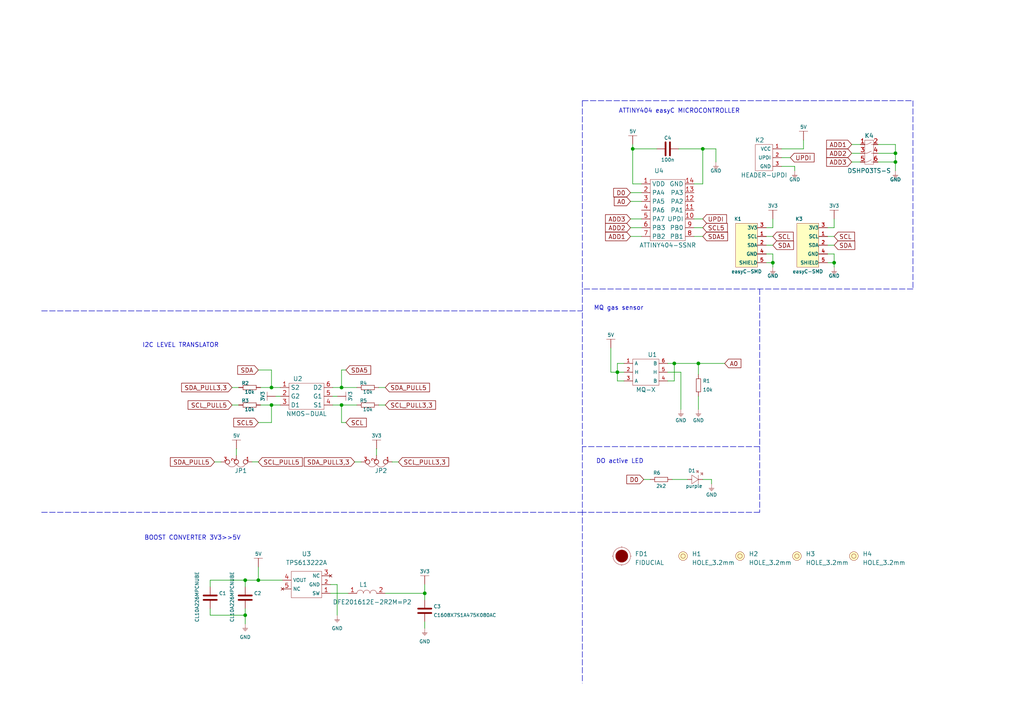
<source format=kicad_sch>
(kicad_sch (version 20211123) (generator eeschema)

  (uuid 82d13a50-9821-40ba-a76e-b4d94ab0a9fe)

  (paper "A4")

  (title_block
    (title "Methane, CNG sensor MQ4 breakout with easyC")
    (date "2021-08-26")
    (rev "V1.1.1.")
    (company "SOLDERED")
    (comment 1 "333118")
  )

  (lib_symbols
    (symbol "e-radionica.com schematics:0402LED" (pin_numbers hide) (pin_names (offset 0.254) hide) (in_bom yes) (on_board yes)
      (property "Reference" "D" (id 0) (at -0.635 2.54 0)
        (effects (font (size 1 1)))
      )
      (property "Value" "0402LED" (id 1) (at 0 -2.54 0)
        (effects (font (size 1 1)))
      )
      (property "Footprint" "e-radionica.com footprinti:0402LED" (id 2) (at 0 5.08 0)
        (effects (font (size 1 1)) hide)
      )
      (property "Datasheet" "" (id 3) (at 0 0 0)
        (effects (font (size 1 1)) hide)
      )
      (property "Package" "0402" (id 4) (at 0 0 0)
        (effects (font (size 1.27 1.27)) hide)
      )
      (symbol "0402LED_0_1"
        (polyline
          (pts
            (xy -0.635 1.27)
            (xy 1.27 0)
          )
          (stroke (width 0.0006) (type default) (color 0 0 0 0))
          (fill (type none))
        )
        (polyline
          (pts
            (xy 0.635 1.905)
            (xy 1.27 2.54)
          )
          (stroke (width 0.0006) (type default) (color 0 0 0 0))
          (fill (type none))
        )
        (polyline
          (pts
            (xy 1.27 1.27)
            (xy 1.27 -1.27)
          )
          (stroke (width 0.0006) (type default) (color 0 0 0 0))
          (fill (type none))
        )
        (polyline
          (pts
            (xy 1.905 1.27)
            (xy 2.54 1.905)
          )
          (stroke (width 0.0006) (type default) (color 0 0 0 0))
          (fill (type none))
        )
        (polyline
          (pts
            (xy -0.635 1.27)
            (xy -0.635 -1.27)
            (xy 1.27 0)
          )
          (stroke (width 0.0006) (type default) (color 0 0 0 0))
          (fill (type none))
        )
        (polyline
          (pts
            (xy 1.27 2.54)
            (xy 0.635 2.54)
            (xy 1.27 1.905)
            (xy 1.27 2.54)
          )
          (stroke (width 0.0006) (type default) (color 0 0 0 0))
          (fill (type none))
        )
        (polyline
          (pts
            (xy 2.54 1.905)
            (xy 1.905 1.905)
            (xy 2.54 1.27)
            (xy 2.54 1.905)
          )
          (stroke (width 0.0006) (type default) (color 0 0 0 0))
          (fill (type none))
        )
      )
      (symbol "0402LED_1_1"
        (pin passive line (at -1.905 0 0) (length 1.27)
          (name "A" (effects (font (size 1.27 1.27))))
          (number "1" (effects (font (size 1.27 1.27))))
        )
        (pin passive line (at 2.54 0 180) (length 1.27)
          (name "K" (effects (font (size 1.27 1.27))))
          (number "2" (effects (font (size 1.27 1.27))))
        )
      )
    )
    (symbol "e-radionica.com schematics:0402R" (pin_numbers hide) (pin_names (offset 0.254)) (in_bom yes) (on_board yes)
      (property "Reference" "R" (id 0) (at -1.905 1.27 0)
        (effects (font (size 1 1)))
      )
      (property "Value" "0402R" (id 1) (at 0 -1.27 0)
        (effects (font (size 1 1)))
      )
      (property "Footprint" "e-radionica.com footprinti:0402R" (id 2) (at -2.54 1.905 0)
        (effects (font (size 1 1)) hide)
      )
      (property "Datasheet" "" (id 3) (at -2.54 1.905 0)
        (effects (font (size 1 1)) hide)
      )
      (symbol "0402R_0_1"
        (rectangle (start -1.905 -0.635) (end 1.905 -0.6604)
          (stroke (width 0.1) (type default) (color 0 0 0 0))
          (fill (type none))
        )
        (rectangle (start -1.905 0.635) (end -1.8796 -0.635)
          (stroke (width 0.1) (type default) (color 0 0 0 0))
          (fill (type none))
        )
        (rectangle (start -1.905 0.635) (end 1.905 0.6096)
          (stroke (width 0.1) (type default) (color 0 0 0 0))
          (fill (type none))
        )
        (rectangle (start 1.905 0.635) (end 1.9304 -0.635)
          (stroke (width 0.1) (type default) (color 0 0 0 0))
          (fill (type none))
        )
      )
      (symbol "0402R_1_1"
        (pin passive line (at -3.175 0 0) (length 1.27)
          (name "~" (effects (font (size 1.27 1.27))))
          (number "1" (effects (font (size 1.27 1.27))))
        )
        (pin passive line (at 3.175 0 180) (length 1.27)
          (name "~" (effects (font (size 1.27 1.27))))
          (number "2" (effects (font (size 1.27 1.27))))
        )
      )
    )
    (symbol "e-radionica.com schematics:0603C" (pin_numbers hide) (pin_names (offset 0.002)) (in_bom yes) (on_board yes)
      (property "Reference" "C" (id 0) (at -0.635 3.175 0)
        (effects (font (size 1 1)))
      )
      (property "Value" "0603C" (id 1) (at 0 -3.175 0)
        (effects (font (size 1 1)))
      )
      (property "Footprint" "e-radionica.com footprinti:0603C" (id 2) (at 0 0 0)
        (effects (font (size 1 1)) hide)
      )
      (property "Datasheet" "" (id 3) (at 0 0 0)
        (effects (font (size 1 1)) hide)
      )
      (symbol "0603C_0_1"
        (polyline
          (pts
            (xy -0.635 1.905)
            (xy -0.635 -1.905)
          )
          (stroke (width 0.5) (type default) (color 0 0 0 0))
          (fill (type none))
        )
        (polyline
          (pts
            (xy 0.635 1.905)
            (xy 0.635 -1.905)
          )
          (stroke (width 0.5) (type default) (color 0 0 0 0))
          (fill (type none))
        )
      )
      (symbol "0603C_1_1"
        (pin passive line (at -3.175 0 0) (length 2.54)
          (name "~" (effects (font (size 1.27 1.27))))
          (number "1" (effects (font (size 1.27 1.27))))
        )
        (pin passive line (at 3.175 0 180) (length 2.54)
          (name "~" (effects (font (size 1.27 1.27))))
          (number "2" (effects (font (size 1.27 1.27))))
        )
      )
    )
    (symbol "e-radionica.com schematics:0603R" (pin_numbers hide) (pin_names (offset 0.254)) (in_bom yes) (on_board yes)
      (property "Reference" "R" (id 0) (at -1.905 1.905 0)
        (effects (font (size 1 1)))
      )
      (property "Value" "0603R" (id 1) (at 0 -1.905 0)
        (effects (font (size 1 1)))
      )
      (property "Footprint" "e-radionica.com footprinti:0603R" (id 2) (at -0.635 1.905 0)
        (effects (font (size 1 1)) hide)
      )
      (property "Datasheet" "" (id 3) (at -0.635 1.905 0)
        (effects (font (size 1 1)) hide)
      )
      (symbol "0603R_0_1"
        (rectangle (start -1.905 -0.635) (end 1.905 -0.6604)
          (stroke (width 0.1) (type default) (color 0 0 0 0))
          (fill (type none))
        )
        (rectangle (start -1.905 0.635) (end -1.8796 -0.635)
          (stroke (width 0.1) (type default) (color 0 0 0 0))
          (fill (type none))
        )
        (rectangle (start -1.905 0.635) (end 1.905 0.6096)
          (stroke (width 0.1) (type default) (color 0 0 0 0))
          (fill (type none))
        )
        (rectangle (start 1.905 0.635) (end 1.9304 -0.635)
          (stroke (width 0.1) (type default) (color 0 0 0 0))
          (fill (type none))
        )
      )
      (symbol "0603R_1_1"
        (pin passive line (at -3.175 0 0) (length 1.27)
          (name "~" (effects (font (size 1.27 1.27))))
          (number "1" (effects (font (size 1.27 1.27))))
        )
        (pin passive line (at 3.175 0 180) (length 1.27)
          (name "~" (effects (font (size 1.27 1.27))))
          (number "2" (effects (font (size 1.27 1.27))))
        )
      )
    )
    (symbol "e-radionica.com schematics:0805C" (pin_numbers hide) (in_bom yes) (on_board yes)
      (property "Reference" "C" (id 0) (at -0.635 3.175 0)
        (effects (font (size 1 1)))
      )
      (property "Value" "0805C" (id 1) (at 0 -3.175 0)
        (effects (font (size 1 1)))
      )
      (property "Footprint" "e-radionica.com footprinti:0805C" (id 2) (at 0 0 0)
        (effects (font (size 1 1)) hide)
      )
      (property "Datasheet" "" (id 3) (at 0 0 0)
        (effects (font (size 1 1)) hide)
      )
      (symbol "0805C_0_1"
        (polyline
          (pts
            (xy -0.635 1.905)
            (xy -0.635 -1.905)
          )
          (stroke (width 0.5) (type default) (color 0 0 0 0))
          (fill (type none))
        )
        (polyline
          (pts
            (xy 0.635 1.905)
            (xy 0.635 -1.905)
          )
          (stroke (width 0.5) (type default) (color 0 0 0 0))
          (fill (type none))
        )
      )
      (symbol "0805C_1_1"
        (pin passive line (at -3.175 0 0) (length 2.54)
          (name "~" (effects (font (size 1.27 1.27))))
          (number "1" (effects (font (size 1.27 1.27))))
        )
        (pin passive line (at 3.175 0 180) (length 2.54)
          (name "~" (effects (font (size 1.27 1.27))))
          (number "2" (effects (font (size 1.27 1.27))))
        )
      )
    )
    (symbol "e-radionica.com schematics:0806L" (in_bom yes) (on_board yes)
      (property "Reference" "L" (id 0) (at 0 1.905 0)
        (effects (font (size 1.27 1.27)))
      )
      (property "Value" "0806L" (id 1) (at 0 -1.27 0)
        (effects (font (size 1.27 1.27)))
      )
      (property "Footprint" "e-radionica.com footprinti:0806L" (id 2) (at 0 -2.54 0)
        (effects (font (size 1.27 1.27)) hide)
      )
      (property "Datasheet" "" (id 3) (at 0 -1.27 0)
        (effects (font (size 1.27 1.27)) hide)
      )
      (symbol "0806L_0_1"
        (arc (start -1.27 0) (mid -2.2225 0.9388) (end -3.175 0)
          (stroke (width 0.0006) (type default) (color 0 0 0 0))
          (fill (type none))
        )
        (arc (start 0.635 0) (mid -0.3175 0.9388) (end -1.27 0)
          (stroke (width 0.0006) (type default) (color 0 0 0 0))
          (fill (type none))
        )
        (arc (start 2.54 0) (mid 1.5875 0.9388) (end 0.635 0)
          (stroke (width 0.0006) (type default) (color 0 0 0 0))
          (fill (type none))
        )
      )
      (symbol "0806L_1_1"
        (pin passive line (at -5.715 0 0) (length 2.54)
          (name "" (effects (font (size 1.27 1.27))))
          (number "1" (effects (font (size 1.27 1.27))))
        )
        (pin passive line (at 5.08 0 180) (length 2.54)
          (name "" (effects (font (size 1.27 1.27))))
          (number "2" (effects (font (size 1.27 1.27))))
        )
      )
    )
    (symbol "e-radionica.com schematics:3V3" (power) (pin_names (offset 0)) (in_bom yes) (on_board yes)
      (property "Reference" "#PWR" (id 0) (at 4.445 0 0)
        (effects (font (size 1 1)) hide)
      )
      (property "Value" "3V3" (id 1) (at 0 3.556 0)
        (effects (font (size 1 1)))
      )
      (property "Footprint" "" (id 2) (at 4.445 3.81 0)
        (effects (font (size 1 1)) hide)
      )
      (property "Datasheet" "" (id 3) (at 4.445 3.81 0)
        (effects (font (size 1 1)) hide)
      )
      (property "ki_keywords" "power-flag" (id 4) (at 0 0 0)
        (effects (font (size 1.27 1.27)) hide)
      )
      (property "ki_description" "Power symbol creates a global label with name \"+3V3\"" (id 5) (at 0 0 0)
        (effects (font (size 1.27 1.27)) hide)
      )
      (symbol "3V3_0_1"
        (polyline
          (pts
            (xy -1.27 2.54)
            (xy 1.27 2.54)
          )
          (stroke (width 0.0006) (type default) (color 0 0 0 0))
          (fill (type none))
        )
        (polyline
          (pts
            (xy 0 0)
            (xy 0 2.54)
          )
          (stroke (width 0) (type default) (color 0 0 0 0))
          (fill (type none))
        )
      )
      (symbol "3V3_1_1"
        (pin power_in line (at 0 0 90) (length 0) hide
          (name "3V3" (effects (font (size 1.27 1.27))))
          (number "1" (effects (font (size 1.27 1.27))))
        )
      )
    )
    (symbol "e-radionica.com schematics:5V" (power) (pin_names (offset 0)) (in_bom yes) (on_board yes)
      (property "Reference" "#PWR" (id 0) (at 4.445 0 0)
        (effects (font (size 1 1)) hide)
      )
      (property "Value" "5V" (id 1) (at 0 3.556 0)
        (effects (font (size 1 1)))
      )
      (property "Footprint" "" (id 2) (at 4.445 3.81 0)
        (effects (font (size 1 1)) hide)
      )
      (property "Datasheet" "" (id 3) (at 4.445 3.81 0)
        (effects (font (size 1 1)) hide)
      )
      (property "ki_keywords" "power-flag" (id 4) (at 0 0 0)
        (effects (font (size 1.27 1.27)) hide)
      )
      (property "ki_description" "Power symbol creates a global label with name \"+3V3\"" (id 5) (at 0 0 0)
        (effects (font (size 1.27 1.27)) hide)
      )
      (symbol "5V_0_1"
        (polyline
          (pts
            (xy -1.27 2.54)
            (xy 1.27 2.54)
          )
          (stroke (width 0.0006) (type default) (color 0 0 0 0))
          (fill (type none))
        )
        (polyline
          (pts
            (xy 0 0)
            (xy 0 2.54)
          )
          (stroke (width 0) (type default) (color 0 0 0 0))
          (fill (type none))
        )
      )
      (symbol "5V_1_1"
        (pin power_in line (at 0 0 90) (length 0) hide
          (name "5V" (effects (font (size 1.27 1.27))))
          (number "1" (effects (font (size 1.27 1.27))))
        )
      )
    )
    (symbol "e-radionica.com schematics:ATTINY404-SSNR" (in_bom yes) (on_board yes)
      (property "Reference" "U" (id 0) (at -5.08 10.16 0)
        (effects (font (size 1.27 1.27)))
      )
      (property "Value" "ATTINY404-SSNR" (id 1) (at 0 -10.16 0)
        (effects (font (size 1.27 1.27)))
      )
      (property "Footprint" "e-radionica.com footprinti:SOIC-14" (id 2) (at 0 -11.43 0)
        (effects (font (size 1.27 1.27)) hide)
      )
      (property "Datasheet" "" (id 3) (at 0 -2.54 0)
        (effects (font (size 1.27 1.27)) hide)
      )
      (symbol "ATTINY404-SSNR_0_1"
        (rectangle (start -5.08 8.89) (end 5.08 -8.89)
          (stroke (width 0.0006) (type default) (color 0 0 0 0))
          (fill (type none))
        )
      )
      (symbol "ATTINY404-SSNR_1_1"
        (pin power_in line (at -7.62 7.62 0) (length 2.54)
          (name "VDD" (effects (font (size 1.27 1.27))))
          (number "1" (effects (font (size 1.27 1.27))))
        )
        (pin bidirectional line (at 7.62 -2.54 180) (length 2.54)
          (name "UPDI" (effects (font (size 1.27 1.27))))
          (number "10" (effects (font (size 1.27 1.27))))
        )
        (pin bidirectional line (at 7.62 0 180) (length 2.54)
          (name "PA1" (effects (font (size 1.27 1.27))))
          (number "11" (effects (font (size 1.27 1.27))))
        )
        (pin bidirectional line (at 7.62 2.54 180) (length 2.54)
          (name "PA2" (effects (font (size 1.27 1.27))))
          (number "12" (effects (font (size 1.27 1.27))))
        )
        (pin bidirectional line (at 7.62 5.08 180) (length 2.54)
          (name "PA3" (effects (font (size 1.27 1.27))))
          (number "13" (effects (font (size 1.27 1.27))))
        )
        (pin power_in line (at 7.62 7.62 180) (length 2.54)
          (name "GND" (effects (font (size 1.27 1.27))))
          (number "14" (effects (font (size 1.27 1.27))))
        )
        (pin bidirectional line (at -7.62 5.08 0) (length 2.54)
          (name "PA4" (effects (font (size 1.27 1.27))))
          (number "2" (effects (font (size 1.27 1.27))))
        )
        (pin bidirectional line (at -7.62 2.54 0) (length 2.54)
          (name "PA5" (effects (font (size 1.27 1.27))))
          (number "3" (effects (font (size 1.27 1.27))))
        )
        (pin bidirectional line (at -7.62 0 0) (length 2.54)
          (name "PA6" (effects (font (size 1.27 1.27))))
          (number "4" (effects (font (size 1.27 1.27))))
        )
        (pin bidirectional line (at -7.62 -2.54 0) (length 2.54)
          (name "PA7" (effects (font (size 1.27 1.27))))
          (number "5" (effects (font (size 1.27 1.27))))
        )
        (pin bidirectional line (at -7.62 -5.08 0) (length 2.54)
          (name "PB3" (effects (font (size 1.27 1.27))))
          (number "6" (effects (font (size 1.27 1.27))))
        )
        (pin bidirectional line (at -7.62 -7.62 0) (length 2.54)
          (name "PB2" (effects (font (size 1.27 1.27))))
          (number "7" (effects (font (size 1.27 1.27))))
        )
        (pin bidirectional line (at 7.62 -7.62 180) (length 2.54)
          (name "PB1" (effects (font (size 1.27 1.27))))
          (number "8" (effects (font (size 1.27 1.27))))
        )
        (pin bidirectional line (at 7.62 -5.08 180) (length 2.54)
          (name "PB0" (effects (font (size 1.27 1.27))))
          (number "9" (effects (font (size 1.27 1.27))))
        )
      )
    )
    (symbol "e-radionica.com schematics:DSHP03TS-S" (in_bom yes) (on_board yes)
      (property "Reference" "K" (id 0) (at 0 5.08 0)
        (effects (font (size 1.27 1.27)))
      )
      (property "Value" "DSHP03TS-S" (id 1) (at 0 -5.08 0)
        (effects (font (size 1.27 1.27)))
      )
      (property "Footprint" "e-radionica.com footprinti:DSHP03TS-S" (id 2) (at -1.27 -7.62 0)
        (effects (font (size 1.27 1.27)) hide)
      )
      (property "Datasheet" "" (id 3) (at 0 0 0)
        (effects (font (size 1.27 1.27)) hide)
      )
      (property "ki_keywords" "DIP SW SWITCH " (id 4) (at 0 0 0)
        (effects (font (size 1.27 1.27)) hide)
      )
      (symbol "DSHP03TS-S_0_1"
        (rectangle (start -1.27 3.81) (end 1.27 -3.175)
          (stroke (width 0.0006) (type default) (color 0 0 0 0))
          (fill (type none))
        )
        (polyline
          (pts
            (xy 1.27 -2.54)
            (xy 0.635 -2.54)
          )
          (stroke (width 0.0006) (type default) (color 0 0 0 0))
          (fill (type none))
        )
        (polyline
          (pts
            (xy 1.27 0)
            (xy 0.635 0)
          )
          (stroke (width 0.0006) (type default) (color 0 0 0 0))
          (fill (type none))
        )
        (polyline
          (pts
            (xy 1.27 2.54)
            (xy 0.635 2.54)
          )
          (stroke (width 0.0006) (type default) (color 0 0 0 0))
          (fill (type none))
        )
        (polyline
          (pts
            (xy -1.27 -2.54)
            (xy -0.635 -2.54)
            (xy 0.635 -1.905)
          )
          (stroke (width 0.0006) (type default) (color 0 0 0 0))
          (fill (type none))
        )
        (polyline
          (pts
            (xy -1.27 0)
            (xy -0.635 0)
            (xy 0.635 0.635)
          )
          (stroke (width 0.0006) (type default) (color 0 0 0 0))
          (fill (type none))
        )
        (polyline
          (pts
            (xy -1.27 2.54)
            (xy -0.635 2.54)
            (xy 0.635 3.175)
          )
          (stroke (width 0.0006) (type default) (color 0 0 0 0))
          (fill (type none))
        )
      )
      (symbol "DSHP03TS-S_1_1"
        (pin bidirectional line (at -2.54 2.54 0) (length 1.27)
          (name "~" (effects (font (size 1.27 1.27))))
          (number "1" (effects (font (size 1.27 1.27))))
        )
        (pin bidirectional line (at 2.54 2.54 180) (length 1.27)
          (name "~" (effects (font (size 1.27 1.27))))
          (number "2" (effects (font (size 1.27 1.27))))
        )
        (pin bidirectional line (at -2.54 0 0) (length 1.27)
          (name "~" (effects (font (size 1.27 1.27))))
          (number "3" (effects (font (size 1.27 1.27))))
        )
        (pin bidirectional line (at 2.54 0 180) (length 1.27)
          (name "~" (effects (font (size 1.27 1.27))))
          (number "4" (effects (font (size 1.27 1.27))))
        )
        (pin bidirectional line (at -2.54 -2.54 0) (length 1.27)
          (name "~" (effects (font (size 1.27 1.27))))
          (number "5" (effects (font (size 1.27 1.27))))
        )
        (pin bidirectional line (at 2.54 -2.54 180) (length 1.27)
          (name "~" (effects (font (size 1.27 1.27))))
          (number "6" (effects (font (size 1.27 1.27))))
        )
      )
    )
    (symbol "e-radionica.com schematics:FIDUCIAL" (in_bom no) (on_board yes)
      (property "Reference" "FD" (id 0) (at 0 3.81 0)
        (effects (font (size 1.27 1.27)))
      )
      (property "Value" "FIDUCIAL" (id 1) (at 0 -3.81 0)
        (effects (font (size 1.27 1.27)))
      )
      (property "Footprint" "e-radionica.com footprinti:FIDUCIAL_23" (id 2) (at 0.254 -5.334 0)
        (effects (font (size 1.27 1.27)) hide)
      )
      (property "Datasheet" "" (id 3) (at 0 0 0)
        (effects (font (size 1.27 1.27)) hide)
      )
      (symbol "FIDUCIAL_0_1"
        (polyline
          (pts
            (xy -2.54 0)
            (xy -2.794 0)
          )
          (stroke (width 0.0006) (type default) (color 0 0 0 0))
          (fill (type none))
        )
        (polyline
          (pts
            (xy 0 -2.54)
            (xy 0 -2.794)
          )
          (stroke (width 0.0006) (type default) (color 0 0 0 0))
          (fill (type none))
        )
        (polyline
          (pts
            (xy 0 2.54)
            (xy 0 2.794)
          )
          (stroke (width 0.0006) (type default) (color 0 0 0 0))
          (fill (type none))
        )
        (polyline
          (pts
            (xy 2.54 0)
            (xy 2.794 0)
          )
          (stroke (width 0.0006) (type default) (color 0 0 0 0))
          (fill (type none))
        )
        (circle (center 0 0) (radius 1.7961)
          (stroke (width 0.001) (type default) (color 0 0 0 0))
          (fill (type outline))
        )
        (circle (center 0 0) (radius 2.54)
          (stroke (width 0.0006) (type default) (color 0 0 0 0))
          (fill (type none))
        )
      )
    )
    (symbol "e-radionica.com schematics:GND" (power) (pin_names (offset 0)) (in_bom yes) (on_board yes)
      (property "Reference" "#PWR" (id 0) (at 4.445 0 0)
        (effects (font (size 1 1)) hide)
      )
      (property "Value" "GND" (id 1) (at 0 -2.921 0)
        (effects (font (size 1 1)))
      )
      (property "Footprint" "" (id 2) (at 4.445 3.81 0)
        (effects (font (size 1 1)) hide)
      )
      (property "Datasheet" "" (id 3) (at 4.445 3.81 0)
        (effects (font (size 1 1)) hide)
      )
      (property "ki_keywords" "power-flag" (id 4) (at 0 0 0)
        (effects (font (size 1.27 1.27)) hide)
      )
      (property "ki_description" "Power symbol creates a global label with name \"GND\"" (id 5) (at 0 0 0)
        (effects (font (size 1.27 1.27)) hide)
      )
      (symbol "GND_0_1"
        (polyline
          (pts
            (xy -0.762 -1.27)
            (xy 0.762 -1.27)
          )
          (stroke (width 0.0006) (type default) (color 0 0 0 0))
          (fill (type none))
        )
        (polyline
          (pts
            (xy -0.635 -1.524)
            (xy 0.635 -1.524)
          )
          (stroke (width 0.0006) (type default) (color 0 0 0 0))
          (fill (type none))
        )
        (polyline
          (pts
            (xy -0.381 -1.778)
            (xy 0.381 -1.778)
          )
          (stroke (width 0.0006) (type default) (color 0 0 0 0))
          (fill (type none))
        )
        (polyline
          (pts
            (xy -0.127 -2.032)
            (xy 0.127 -2.032)
          )
          (stroke (width 0.0006) (type default) (color 0 0 0 0))
          (fill (type none))
        )
        (polyline
          (pts
            (xy 0 0)
            (xy 0 -1.27)
          )
          (stroke (width 0.0006) (type default) (color 0 0 0 0))
          (fill (type none))
        )
      )
      (symbol "GND_1_1"
        (pin power_in line (at 0 0 270) (length 0) hide
          (name "GND" (effects (font (size 1.27 1.27))))
          (number "1" (effects (font (size 1.27 1.27))))
        )
      )
    )
    (symbol "e-radionica.com schematics:HEADER-UPDI" (in_bom yes) (on_board yes)
      (property "Reference" "K" (id 0) (at -1.27 5.08 0)
        (effects (font (size 1.27 1.27)))
      )
      (property "Value" "HEADER-UPDI" (id 1) (at 0 -5.08 0)
        (effects (font (size 1.27 1.27)))
      )
      (property "Footprint" "e-radionica.com footprinti:HEADER-UPDI" (id 2) (at 2.54 -7.62 0)
        (effects (font (size 1.27 1.27)) hide)
      )
      (property "Datasheet" "" (id 3) (at 2.54 0 0)
        (effects (font (size 1.27 1.27)) hide)
      )
      (symbol "HEADER-UPDI_0_1"
        (rectangle (start -2.54 3.81) (end 2.54 -3.81)
          (stroke (width 0.0006) (type default) (color 0 0 0 0))
          (fill (type none))
        )
      )
      (symbol "HEADER-UPDI_1_1"
        (pin power_in line (at 5.08 2.54 180) (length 2.54)
          (name "VCC" (effects (font (size 1 1))))
          (number "1" (effects (font (size 1 1))))
        )
        (pin bidirectional line (at 5.08 0 180) (length 2.54)
          (name "UPDI" (effects (font (size 1 1))))
          (number "2" (effects (font (size 1 1))))
        )
        (pin power_in line (at 5.08 -2.54 180) (length 2.54)
          (name "GND" (effects (font (size 1 1))))
          (number "3" (effects (font (size 1 1))))
        )
      )
    )
    (symbol "e-radionica.com schematics:HOLE_3.2mm" (pin_numbers hide) (pin_names hide) (in_bom yes) (on_board yes)
      (property "Reference" "H" (id 0) (at 0 2.54 0)
        (effects (font (size 1.27 1.27)))
      )
      (property "Value" "HOLE_3.2mm" (id 1) (at 0 -2.54 0)
        (effects (font (size 1.27 1.27)))
      )
      (property "Footprint" "e-radionica.com footprinti:HOLE_3.2mm" (id 2) (at 0 0 0)
        (effects (font (size 1.27 1.27)) hide)
      )
      (property "Datasheet" "" (id 3) (at 0 0 0)
        (effects (font (size 1.27 1.27)) hide)
      )
      (symbol "HOLE_3.2mm_0_1"
        (circle (center 0 0) (radius 0.635)
          (stroke (width 0.0006) (type default) (color 0 0 0 0))
          (fill (type none))
        )
        (circle (center 0 0) (radius 1.27)
          (stroke (width 0.001) (type default) (color 0 0 0 0))
          (fill (type background))
        )
      )
    )
    (symbol "e-radionica.com schematics:MQ" (in_bom yes) (on_board yes)
      (property "Reference" "U" (id 0) (at 0 5.08 0)
        (effects (font (size 1.27 1.27)))
      )
      (property "Value" "MQ" (id 1) (at 0 -5.08 0)
        (effects (font (size 1.27 1.27)))
      )
      (property "Footprint" "e-radionica.com footprinti:MQ" (id 2) (at 2.286 0 0)
        (effects (font (size 1.27 1.27)) hide)
      )
      (property "Datasheet" "" (id 3) (at 2.286 0 0)
        (effects (font (size 1.27 1.27)) hide)
      )
      (symbol "MQ_0_1"
        (rectangle (start -3.81 3.81) (end 3.81 -3.81)
          (stroke (width 0.0006) (type default) (color 0 0 0 0))
          (fill (type none))
        )
      )
      (symbol "MQ_1_1"
        (pin input line (at -6.35 2.54 0) (length 2.54)
          (name "A" (effects (font (size 1 1))))
          (number "1" (effects (font (size 1 1))))
        )
        (pin input line (at -6.35 0 0) (length 2.54)
          (name "H" (effects (font (size 1 1))))
          (number "2" (effects (font (size 1 1))))
        )
        (pin input line (at -6.35 -2.54 0) (length 2.54)
          (name "A" (effects (font (size 1 1))))
          (number "3" (effects (font (size 1 1))))
        )
        (pin input line (at 6.35 -2.54 180) (length 2.54)
          (name "B" (effects (font (size 1 1))))
          (number "4" (effects (font (size 1 1))))
        )
        (pin input line (at 6.35 0 180) (length 2.54)
          (name "H" (effects (font (size 1 1))))
          (number "5" (effects (font (size 1 1))))
        )
        (pin input line (at 6.35 2.54 180) (length 2.54)
          (name "B" (effects (font (size 1 1))))
          (number "6" (effects (font (size 1 1))))
        )
      )
    )
    (symbol "e-radionica.com schematics:NMOS-DUAL" (in_bom yes) (on_board yes)
      (property "Reference" "U" (id 0) (at -3.81 5.08 0)
        (effects (font (size 1.27 1.27)))
      )
      (property "Value" "NMOS-DUAL" (id 1) (at 0 -5.08 0)
        (effects (font (size 1.27 1.27)))
      )
      (property "Footprint" "e-radionica.com footprinti:SOT-363" (id 2) (at 0 -7.62 0)
        (effects (font (size 1.27 1.27)) hide)
      )
      (property "Datasheet" "" (id 3) (at 0 -2.54 0)
        (effects (font (size 1.27 1.27)) hide)
      )
      (symbol "NMOS-DUAL_0_1"
        (rectangle (start -5.08 3.81) (end 5.08 -3.81)
          (stroke (width 0.0006) (type default) (color 0 0 0 0))
          (fill (type none))
        )
      )
      (symbol "NMOS-DUAL_1_1"
        (pin input line (at -7.62 2.54 0) (length 2.54)
          (name "S2" (effects (font (size 1.27 1.27))))
          (number "1" (effects (font (size 1.27 1.27))))
        )
        (pin input line (at -7.62 0 0) (length 2.54)
          (name "G2" (effects (font (size 1.27 1.27))))
          (number "2" (effects (font (size 1.27 1.27))))
        )
        (pin input line (at -7.62 -2.54 0) (length 2.54)
          (name "D1" (effects (font (size 1.27 1.27))))
          (number "3" (effects (font (size 1.27 1.27))))
        )
        (pin input line (at 7.62 -2.54 180) (length 2.54)
          (name "S1" (effects (font (size 1.27 1.27))))
          (number "4" (effects (font (size 1.27 1.27))))
        )
        (pin input line (at 7.62 0 180) (length 2.54)
          (name "G1" (effects (font (size 1.27 1.27))))
          (number "5" (effects (font (size 1.27 1.27))))
        )
        (pin input line (at 7.62 2.54 180) (length 2.54)
          (name "D2" (effects (font (size 1.27 1.27))))
          (number "6" (effects (font (size 1.27 1.27))))
        )
      )
    )
    (symbol "e-radionica.com schematics:SMD_JUMPER_3_PAD_TRACE" (in_bom yes) (on_board yes)
      (property "Reference" "JP" (id 0) (at 0.0254 5.461 0)
        (effects (font (size 1.27 1.27)))
      )
      (property "Value" "SMD_JUMPER_3_PAD_TRACE" (id 1) (at 0.3048 -4.572 0)
        (effects (font (size 1.27 1.27)))
      )
      (property "Footprint" "e-radionica.com footprinti:SMD_JUMPER_3_PAD_TRACE" (id 2) (at 0 -1.27 0)
        (effects (font (size 1.27 1.27)) hide)
      )
      (property "Datasheet" "" (id 3) (at 0 0 0)
        (effects (font (size 1.27 1.27)) hide)
      )
      (symbol "SMD_JUMPER_3_PAD_TRACE_0_1"
        (arc (start 0 0.5842) (mid -1.2996 1.4721) (end -2.6162 0.6096)
          (stroke (width 0.0006) (type default) (color 0 0 0 0))
          (fill (type none))
        )
        (arc (start 2.5908 0.6604) (mid 1.2796 1.4379) (end 0 0.6096)
          (stroke (width 0.0006) (type default) (color 0 0 0 0))
          (fill (type none))
        )
      )
      (symbol "SMD_JUMPER_3_PAD_TRACE_1_1"
        (pin passive inverted (at -4.5212 -0.0254 0) (length 2.54)
          (name "" (effects (font (size 1 1))))
          (number "1" (effects (font (size 1 1))))
        )
        (pin passive inverted (at 0.0254 -1.9304 90) (length 2.54)
          (name "" (effects (font (size 1 1))))
          (number "2" (effects (font (size 1 1))))
        )
        (pin passive inverted (at 4.4704 0 180) (length 2.54)
          (name "" (effects (font (size 1 1))))
          (number "3" (effects (font (size 1 1))))
        )
      )
    )
    (symbol "e-radionica.com schematics:TPS613222A" (in_bom yes) (on_board yes)
      (property "Reference" "U" (id 0) (at 0 5.08 0)
        (effects (font (size 1.27 1.27)))
      )
      (property "Value" "TPS613222A" (id 1) (at 0 -5.08 0)
        (effects (font (size 1.27 1.27)))
      )
      (property "Footprint" "e-radionica.com footprinti:tps613222a" (id 2) (at -0.635 0 0)
        (effects (font (size 1.27 1.27)) hide)
      )
      (property "Datasheet" "" (id 3) (at -0.635 0 0)
        (effects (font (size 1.27 1.27)) hide)
      )
      (symbol "TPS613222A_0_1"
        (rectangle (start -4.445 3.81) (end 4.445 -3.81)
          (stroke (width 0.0006) (type default) (color 0 0 0 0))
          (fill (type none))
        )
      )
      (symbol "TPS613222A_1_1"
        (pin passive line (at 6.985 -2.54 180) (length 2.54)
          (name "SW" (effects (font (size 1 1))))
          (number "1" (effects (font (size 1.27 1.27))))
        )
        (pin passive line (at 6.985 0 180) (length 2.54)
          (name "GND" (effects (font (size 1 1))))
          (number "2" (effects (font (size 1 1))))
        )
        (pin no_connect line (at 6.985 2.54 180) (length 2.54)
          (name "NC" (effects (font (size 1 1))))
          (number "3" (effects (font (size 1.27 1.27))))
        )
        (pin passive line (at -6.985 1.27 0) (length 2.54)
          (name "VOUT" (effects (font (size 1 1))))
          (number "4" (effects (font (size 1.27 1.27))))
        )
        (pin no_connect line (at -6.985 -1.27 0) (length 2.54)
          (name "NC" (effects (font (size 1 1))))
          (number "5" (effects (font (size 1.27 1.27))))
        )
      )
    )
    (symbol "e-radionica.com schematics:easyC-SMD" (pin_names (offset 0.002)) (in_bom yes) (on_board yes)
      (property "Reference" "K" (id 0) (at -2.54 10.16 0)
        (effects (font (size 1 1)))
      )
      (property "Value" "easyC-SMD" (id 1) (at 0 -5.08 0)
        (effects (font (size 1 1)))
      )
      (property "Footprint" "e-radionica.com footprinti:easyC-connector" (id 2) (at 3.175 2.54 0)
        (effects (font (size 1 1)) hide)
      )
      (property "Datasheet" "" (id 3) (at 3.175 2.54 0)
        (effects (font (size 1 1)) hide)
      )
      (symbol "easyC-SMD_0_1"
        (rectangle (start -3.175 8.89) (end 3.175 -3.81)
          (stroke (width 0.001) (type default) (color 0 0 0 0))
          (fill (type background))
        )
      )
      (symbol "easyC-SMD_1_1"
        (pin passive line (at 5.715 5.08 180) (length 2.54)
          (name "SCL" (effects (font (size 1 1))))
          (number "1" (effects (font (size 1 1))))
        )
        (pin passive line (at 5.715 2.54 180) (length 2.54)
          (name "SDA" (effects (font (size 1 1))))
          (number "2" (effects (font (size 1 1))))
        )
        (pin passive line (at 5.715 7.62 180) (length 2.54)
          (name "3V3" (effects (font (size 1 1))))
          (number "3" (effects (font (size 1 1))))
        )
        (pin passive line (at 5.715 0 180) (length 2.54)
          (name "GND" (effects (font (size 1 1))))
          (number "4" (effects (font (size 1 1))))
        )
        (pin passive line (at 5.715 -2.54 180) (length 2.54)
          (name "SHIELD" (effects (font (size 1 1))))
          (number "5" (effects (font (size 1 1))))
        )
      )
    )
  )

  (junction (at 179.07 107.95) (diameter 0.9144) (color 0 0 0 0)
    (uuid 15fe8f3d-6077-4e0e-81d0-8ec3f4538981)
  )
  (junction (at 78.74 117.475) (diameter 0.9144) (color 0 0 0 0)
    (uuid 35a9f71f-ba35-47f6-814e-4106ac36c51e)
  )
  (junction (at 78.74 112.395) (diameter 0.9144) (color 0 0 0 0)
    (uuid 5b34a16c-5a14-4291-8242-ea6d6ac54372)
  )
  (junction (at 71.12 178.435) (diameter 0.9144) (color 0 0 0 0)
    (uuid 6781326c-6e0d-4753-8f28-0f5c687e01f9)
  )
  (junction (at 259.715 46.99) (diameter 0.9144) (color 0 0 0 0)
    (uuid 7a4ce4b3-518a-4819-b8b2-5127b3347c64)
  )
  (junction (at 183.515 43.18) (diameter 0.9144) (color 0 0 0 0)
    (uuid 814763c2-92e5-4a2c-941c-9bbd073f6e87)
  )
  (junction (at 202.565 105.41) (diameter 0.9144) (color 0 0 0 0)
    (uuid 82be7aae-5d06-4178-8c3e-98760c41b054)
  )
  (junction (at 99.06 117.475) (diameter 0.9144) (color 0 0 0 0)
    (uuid 9b3c58a7-a9b9-4498-abc0-f9f43e4f0292)
  )
  (junction (at 241.935 76.2) (diameter 0.9144) (color 0 0 0 0)
    (uuid a6b7df29-bcf8-46a9-b623-7eaac47f5110)
  )
  (junction (at 259.715 44.45) (diameter 0.9144) (color 0 0 0 0)
    (uuid a9b3f6e4-7a6d-4ae8-ad28-3d8458e0ca1a)
  )
  (junction (at 99.06 112.395) (diameter 0.9144) (color 0 0 0 0)
    (uuid c094494a-f6f7-43fc-a007-4951484ddf3a)
  )
  (junction (at 74.93 168.275) (diameter 0.9144) (color 0 0 0 0)
    (uuid c701ee8e-1214-4781-a973-17bef7b6e3eb)
  )
  (junction (at 71.12 168.275) (diameter 0.9144) (color 0 0 0 0)
    (uuid c8029a4c-945d-42ca-871a-dd73ff50a1a3)
  )
  (junction (at 224.155 76.2) (diameter 0.9144) (color 0 0 0 0)
    (uuid d9c6d5d2-0b49-49ba-a970-cd2c32f74c54)
  )
  (junction (at 203.835 43.18) (diameter 0.9144) (color 0 0 0 0)
    (uuid e1535036-5d36-405f-bb86-3819621c4f23)
  )
  (junction (at 123.19 172.085) (diameter 0.9144) (color 0 0 0 0)
    (uuid e40e8cef-4fb0-4fc3-be09-3875b2cc8469)
  )
  (junction (at 195.58 105.41) (diameter 0.9144) (color 0 0 0 0)
    (uuid e65b62be-e01b-4688-a999-1d1be370c4ae)
  )

  (wire (pts (xy 96.52 117.475) (xy 99.06 117.475))
    (stroke (width 0) (type solid) (color 0 0 0 0))
    (uuid 02ff8d5a-2c6d-4fe6-aac7-61e83e041233)
  )
  (wire (pts (xy 247.015 41.91) (xy 249.555 41.91))
    (stroke (width 0) (type solid) (color 0 0 0 0))
    (uuid 0355d112-8dd1-4737-96d1-dc0e3985cf89)
  )
  (wire (pts (xy 193.675 105.41) (xy 195.58 105.41))
    (stroke (width 0) (type solid) (color 0 0 0 0))
    (uuid 0695d603-6507-40ae-b09f-b26ab2bea23a)
  )
  (wire (pts (xy 195.58 105.41) (xy 195.58 110.49))
    (stroke (width 0) (type solid) (color 0 0 0 0))
    (uuid 0695d603-6507-40ae-b09f-b26ab2bea23b)
  )
  (wire (pts (xy 195.58 110.49) (xy 193.675 110.49))
    (stroke (width 0) (type solid) (color 0 0 0 0))
    (uuid 0695d603-6507-40ae-b09f-b26ab2bea23c)
  )
  (wire (pts (xy 179.07 107.95) (xy 179.07 110.49))
    (stroke (width 0) (type solid) (color 0 0 0 0))
    (uuid 06bfb560-c96c-4471-9426-0b2ea7de102f)
  )
  (wire (pts (xy 240.03 76.2) (xy 241.935 76.2))
    (stroke (width 0) (type solid) (color 0 0 0 0))
    (uuid 09dfb37a-f4c7-4f07-a943-4d4319bc2c00)
  )
  (wire (pts (xy 224.155 73.66) (xy 224.155 76.2))
    (stroke (width 0) (type solid) (color 0 0 0 0))
    (uuid 14836482-9cb3-4ac1-ae7b-e494aadb2f51)
  )
  (wire (pts (xy 109.855 112.395) (xy 111.76 112.395))
    (stroke (width 0) (type solid) (color 0 0 0 0))
    (uuid 15d208d5-3428-4a4e-872f-4715c4fd3281)
  )
  (wire (pts (xy 113.7412 133.985) (xy 115.57 133.985))
    (stroke (width 0) (type solid) (color 0 0 0 0))
    (uuid 15e9a624-c01f-4674-be10-b95583280c50)
  )
  (wire (pts (xy 74.93 122.555) (xy 78.74 122.555))
    (stroke (width 0) (type solid) (color 0 0 0 0))
    (uuid 16514e74-baa8-4aa9-b0d2-0fefd7a256a4)
  )
  (wire (pts (xy 240.03 73.66) (xy 241.935 73.66))
    (stroke (width 0) (type solid) (color 0 0 0 0))
    (uuid 17bc906a-a6ba-41ef-8b7b-8f1226daef09)
  )
  (wire (pts (xy 60.96 170.18) (xy 60.96 168.275))
    (stroke (width 0) (type solid) (color 0 0 0 0))
    (uuid 19327ae6-7c6f-446d-9c11-379f3144ae30)
  )
  (wire (pts (xy 203.835 53.34) (xy 201.295 53.34))
    (stroke (width 0) (type solid) (color 0 0 0 0))
    (uuid 1bf7c9d4-47ef-430b-8596-f49931723ce9)
  )
  (wire (pts (xy 259.715 44.45) (xy 259.715 46.99))
    (stroke (width 0) (type solid) (color 0 0 0 0))
    (uuid 2476cce4-f817-49ac-8f01-5f10b43a1a75)
  )
  (wire (pts (xy 230.505 48.26) (xy 230.505 49.53))
    (stroke (width 0) (type solid) (color 0 0 0 0))
    (uuid 2cc959cf-7c9c-4ec4-9232-a7070d6a4d8e)
  )
  (wire (pts (xy 186.69 139.065) (xy 188.595 139.065))
    (stroke (width 0) (type solid) (color 0 0 0 0))
    (uuid 30e35ead-c474-4c81-9a42-6c072b87a4cf)
  )
  (wire (pts (xy 109.855 117.475) (xy 111.76 117.475))
    (stroke (width 0) (type solid) (color 0 0 0 0))
    (uuid 30eeed85-beb2-4157-8310-73ed4b6e4d78)
  )
  (polyline (pts (xy 168.91 29.21) (xy 264.795 29.21))
    (stroke (width 0) (type dash) (color 0 0 0 0))
    (uuid 30f6140c-afa7-4934-98d3-6666b5f580a9)
  )

  (wire (pts (xy 78.74 117.475) (xy 81.28 117.475))
    (stroke (width 0) (type solid) (color 0 0 0 0))
    (uuid 32c1f8ad-bc83-403b-90d9-175f56c81853)
  )
  (wire (pts (xy 182.88 68.58) (xy 186.055 68.58))
    (stroke (width 0) (type solid) (color 0 0 0 0))
    (uuid 33d2cd46-39a1-4ed2-b446-a559b873a118)
  )
  (wire (pts (xy 71.12 178.435) (xy 71.12 180.975))
    (stroke (width 0) (type solid) (color 0 0 0 0))
    (uuid 3690fc65-ba08-4832-a390-d63a5abfc446)
  )
  (wire (pts (xy 233.045 43.18) (xy 233.045 40.64))
    (stroke (width 0) (type solid) (color 0 0 0 0))
    (uuid 389bead1-fbd3-4741-a6e0-57f34617d3a3)
  )
  (polyline (pts (xy 12.065 90.17) (xy 168.91 90.17))
    (stroke (width 0) (type dash) (color 0 0 0 0))
    (uuid 393f69bd-613f-4ee0-b258-604d43e87e09)
  )

  (wire (pts (xy 68.5546 132.0546) (xy 68.5546 130.175))
    (stroke (width 0) (type solid) (color 0 0 0 0))
    (uuid 3a29b652-2353-46af-9e2d-482fa4c902c3)
  )
  (wire (pts (xy 202.565 105.41) (xy 210.185 105.41))
    (stroke (width 0) (type solid) (color 0 0 0 0))
    (uuid 3bd68823-eb53-431f-86e5-bbfd4e4423cc)
  )
  (wire (pts (xy 222.25 71.12) (xy 224.155 71.12))
    (stroke (width 0) (type solid) (color 0 0 0 0))
    (uuid 3bd97195-7b9f-4029-97d8-11974224c316)
  )
  (wire (pts (xy 224.155 76.2) (xy 224.155 77.47))
    (stroke (width 0) (type solid) (color 0 0 0 0))
    (uuid 3f3ad478-e6ca-4ba5-8768-846be256ab3d)
  )
  (wire (pts (xy 177.165 100.965) (xy 177.165 107.95))
    (stroke (width 0) (type solid) (color 0 0 0 0))
    (uuid 413b948f-5e0a-42fe-a146-1dc33778fc0f)
  )
  (wire (pts (xy 179.07 107.95) (xy 177.165 107.95))
    (stroke (width 0) (type solid) (color 0 0 0 0))
    (uuid 413b948f-5e0a-42fe-a146-1dc33778fc10)
  )
  (wire (pts (xy 180.975 107.95) (xy 179.07 107.95))
    (stroke (width 0) (type solid) (color 0 0 0 0))
    (uuid 413b948f-5e0a-42fe-a146-1dc33778fc11)
  )
  (wire (pts (xy 222.25 66.04) (xy 224.155 66.04))
    (stroke (width 0) (type solid) (color 0 0 0 0))
    (uuid 423c7e19-cdc2-4ff9-af04-cdde51b70aca)
  )
  (wire (pts (xy 68.5546 130.175) (xy 68.58 130.175))
    (stroke (width 0) (type solid) (color 0 0 0 0))
    (uuid 42f240a7-16f2-440f-9413-eb35ceb80742)
  )
  (wire (pts (xy 254.635 44.45) (xy 259.715 44.45))
    (stroke (width 0) (type solid) (color 0 0 0 0))
    (uuid 4bc7a452-0c65-495b-8fe9-666eca856d06)
  )
  (wire (pts (xy 259.715 46.99) (xy 259.715 49.53))
    (stroke (width 0) (type solid) (color 0 0 0 0))
    (uuid 4e094a57-ec82-47ab-83a6-73666730c323)
  )
  (wire (pts (xy 182.88 63.5) (xy 186.055 63.5))
    (stroke (width 0) (type solid) (color 0 0 0 0))
    (uuid 4eb69e21-90aa-41bc-b2c3-7ec5701101f5)
  )
  (polyline (pts (xy 220.345 129.54) (xy 168.91 129.54))
    (stroke (width 0) (type dash) (color 0 0 0 0))
    (uuid 51f06844-6223-45a8-b103-64444b1a4ce2)
  )

  (wire (pts (xy 99.06 122.555) (xy 99.06 117.475))
    (stroke (width 0) (type solid) (color 0 0 0 0))
    (uuid 54c1427d-355f-474d-9245-7d727c5d178b)
  )
  (polyline (pts (xy 220.345 129.54) (xy 220.345 148.59))
    (stroke (width 0) (type dash) (color 0 0 0 0))
    (uuid 55755e1d-e96b-436f-906c-830260f508f1)
  )

  (wire (pts (xy 179.07 110.49) (xy 180.975 110.49))
    (stroke (width 0) (type solid) (color 0 0 0 0))
    (uuid 55d3962e-c9e0-47e4-88dd-12fe08cdc438)
  )
  (wire (pts (xy 180.975 105.41) (xy 179.07 105.41))
    (stroke (width 0) (type solid) (color 0 0 0 0))
    (uuid 55d3962e-c9e0-47e4-88dd-12fe08cdc439)
  )
  (wire (pts (xy 222.25 76.2) (xy 224.155 76.2))
    (stroke (width 0) (type solid) (color 0 0 0 0))
    (uuid 57b74cc8-0d2e-407e-b7be-3db04af761cf)
  )
  (wire (pts (xy 74.93 107.315) (xy 78.74 107.315))
    (stroke (width 0) (type solid) (color 0 0 0 0))
    (uuid 59b31ca7-caf5-4d9c-bd3e-681f8f54329a)
  )
  (wire (pts (xy 207.645 43.18) (xy 207.645 46.99))
    (stroke (width 0) (type solid) (color 0 0 0 0))
    (uuid 5da8a127-b7be-4043-90db-c4bcd9d990cd)
  )
  (wire (pts (xy 97.79 169.545) (xy 97.79 178.435))
    (stroke (width 0) (type solid) (color 0 0 0 0))
    (uuid 5eeea421-c7af-425c-b314-84c048e20f9b)
  )
  (polyline (pts (xy 168.91 129.54) (xy 168.91 198.12))
    (stroke (width 0) (type dash) (color 0 0 0 0))
    (uuid 653bd144-485d-49f8-ade0-e5230deccd59)
  )

  (wire (pts (xy 195.58 105.41) (xy 202.565 105.41))
    (stroke (width 0) (type solid) (color 0 0 0 0))
    (uuid 6556edff-3f84-494f-9764-df5ddd25075c)
  )
  (wire (pts (xy 202.565 105.41) (xy 202.565 108.585))
    (stroke (width 0) (type solid) (color 0 0 0 0))
    (uuid 6556edff-3f84-494f-9764-df5ddd25075d)
  )
  (wire (pts (xy 74.93 133.9596) (xy 74.93 133.985))
    (stroke (width 0) (type solid) (color 0 0 0 0))
    (uuid 65e347db-c9c3-4933-b252-98f3bb883bb9)
  )
  (wire (pts (xy 109.1946 130.175) (xy 109.22 130.175))
    (stroke (width 0) (type solid) (color 0 0 0 0))
    (uuid 6771ecc7-70a4-4312-913d-dd1e2d630a66)
  )
  (wire (pts (xy 99.06 117.475) (xy 103.505 117.475))
    (stroke (width 0) (type solid) (color 0 0 0 0))
    (uuid 680fb72e-f59b-496b-9724-b894648c3660)
  )
  (wire (pts (xy 197.485 107.95) (xy 197.485 118.745))
    (stroke (width 0) (type solid) (color 0 0 0 0))
    (uuid 686344e7-4735-47cd-86f9-6ee5dad0507c)
  )
  (wire (pts (xy 222.25 68.58) (xy 224.155 68.58))
    (stroke (width 0) (type solid) (color 0 0 0 0))
    (uuid 6ac5bd2c-750c-4ef2-ba23-38d941b620b1)
  )
  (wire (pts (xy 247.015 44.45) (xy 249.555 44.45))
    (stroke (width 0) (type solid) (color 0 0 0 0))
    (uuid 74c48b1b-6a09-46ed-ab0d-7a2fc8bbb87f)
  )
  (wire (pts (xy 113.7412 133.9596) (xy 113.7412 133.985))
    (stroke (width 0) (type solid) (color 0 0 0 0))
    (uuid 753a4300-5bfd-4133-9093-faadc59dacde)
  )
  (wire (pts (xy 78.74 107.315) (xy 78.74 112.395))
    (stroke (width 0) (type solid) (color 0 0 0 0))
    (uuid 755395ab-fbe2-47c2-bd10-efcb2abc0df3)
  )
  (wire (pts (xy 240.03 66.04) (xy 241.935 66.04))
    (stroke (width 0) (type solid) (color 0 0 0 0))
    (uuid 77314424-b527-4487-a612-62b712690840)
  )
  (wire (pts (xy 247.015 46.99) (xy 249.555 46.99))
    (stroke (width 0) (type solid) (color 0 0 0 0))
    (uuid 80455537-61f7-4e5b-b0b5-91dd1bab8943)
  )
  (wire (pts (xy 226.695 43.18) (xy 233.045 43.18))
    (stroke (width 0) (type solid) (color 0 0 0 0))
    (uuid 84351380-3e23-44d2-b325-8e193b703d9f)
  )
  (wire (pts (xy 206.375 139.065) (xy 206.375 140.335))
    (stroke (width 0) (type solid) (color 0 0 0 0))
    (uuid 86a4fa68-441b-4a9f-851a-40b877159db0)
  )
  (wire (pts (xy 254.635 46.99) (xy 259.715 46.99))
    (stroke (width 0) (type solid) (color 0 0 0 0))
    (uuid 88ac43ec-e4c9-4800-a7ee-1122ac3b5337)
  )
  (polyline (pts (xy 168.91 83.82) (xy 168.91 129.54))
    (stroke (width 0) (type dash) (color 0 0 0 0))
    (uuid 8ca1883b-913e-4516-a8f2-d8cb301a4ec4)
  )
  (polyline (pts (xy 12.065 148.59) (xy 168.91 148.59))
    (stroke (width 0) (type dash) (color 0 0 0 0))
    (uuid 8e0a1a9b-cb55-4452-96d0-654a255676bf)
  )

  (wire (pts (xy 74.93 168.275) (xy 74.93 164.465))
    (stroke (width 0) (type solid) (color 0 0 0 0))
    (uuid 8e441440-a49b-464e-96ab-09d7df8e3c9e)
  )
  (wire (pts (xy 95.885 172.085) (xy 100.965 172.085))
    (stroke (width 0) (type solid) (color 0 0 0 0))
    (uuid 91918f88-0427-4d36-84f2-5b32d8155d3f)
  )
  (wire (pts (xy 78.74 122.555) (xy 78.74 117.475))
    (stroke (width 0) (type solid) (color 0 0 0 0))
    (uuid 92003705-9d9a-4928-9e89-afd4ef9b72cd)
  )
  (wire (pts (xy 203.835 43.18) (xy 207.645 43.18))
    (stroke (width 0) (type solid) (color 0 0 0 0))
    (uuid 93fb1317-82cd-45ca-890f-28c2217c7952)
  )
  (wire (pts (xy 194.945 139.065) (xy 199.39 139.065))
    (stroke (width 0) (type solid) (color 0 0 0 0))
    (uuid 944171bd-ce32-489b-8819-f69bdf05bb2f)
  )
  (wire (pts (xy 190.5 43.18) (xy 183.515 43.18))
    (stroke (width 0) (type solid) (color 0 0 0 0))
    (uuid 96f1b1d8-fa53-4ca9-9371-4c4c94a2ab48)
  )
  (wire (pts (xy 123.19 169.545) (xy 123.19 172.085))
    (stroke (width 0) (type solid) (color 0 0 0 0))
    (uuid 99483fdc-8166-43b8-ab33-8663852b6ebc)
  )
  (wire (pts (xy 109.1946 132.0546) (xy 109.1946 130.175))
    (stroke (width 0) (type solid) (color 0 0 0 0))
    (uuid 99de7ae8-e0f9-4368-b138-d43baa12d1bc)
  )
  (wire (pts (xy 100.33 107.315) (xy 99.06 107.315))
    (stroke (width 0) (type solid) (color 0 0 0 0))
    (uuid 9d429368-0e76-455b-a592-a4116b67747b)
  )
  (wire (pts (xy 183.515 53.34) (xy 183.515 43.18))
    (stroke (width 0) (type solid) (color 0 0 0 0))
    (uuid a1ad9224-f0ad-470f-8449-3088d6e1653e)
  )
  (wire (pts (xy 75.565 112.395) (xy 78.74 112.395))
    (stroke (width 0) (type solid) (color 0 0 0 0))
    (uuid a1e98e25-74b9-4e2d-941e-203ade6246b7)
  )
  (wire (pts (xy 182.88 66.04) (xy 186.055 66.04))
    (stroke (width 0) (type solid) (color 0 0 0 0))
    (uuid a292a464-8fd3-4b46-adf5-ffa0f14a9215)
  )
  (wire (pts (xy 203.835 139.065) (xy 206.375 139.065))
    (stroke (width 0) (type solid) (color 0 0 0 0))
    (uuid a75fccb5-ca60-44e8-a923-d3d7c29cf4e6)
  )
  (wire (pts (xy 78.74 112.395) (xy 81.28 112.395))
    (stroke (width 0) (type solid) (color 0 0 0 0))
    (uuid a8100fa4-2f2b-494e-bb7c-27ac6a39a57d)
  )
  (wire (pts (xy 80.01 114.935) (xy 81.28 114.935))
    (stroke (width 0) (type solid) (color 0 0 0 0))
    (uuid a925f46e-8df0-4163-bef0-69abe94da434)
  )
  (wire (pts (xy 201.295 66.04) (xy 203.835 66.04))
    (stroke (width 0) (type solid) (color 0 0 0 0))
    (uuid af32c419-687e-40c3-b976-a7746811716a)
  )
  (polyline (pts (xy 220.345 83.82) (xy 220.345 129.54))
    (stroke (width 0) (type dash) (color 0 0 0 0))
    (uuid b0aada79-6b72-420e-91c4-598b0e8da8ea)
  )

  (wire (pts (xy 179.07 105.41) (xy 179.07 107.95))
    (stroke (width 0) (type solid) (color 0 0 0 0))
    (uuid b118eb9e-8b4c-49a0-914b-72d13d1948b1)
  )
  (wire (pts (xy 259.715 41.91) (xy 259.715 44.45))
    (stroke (width 0) (type solid) (color 0 0 0 0))
    (uuid b3fb5784-c748-4a7a-ba99-beb4dd6fc591)
  )
  (wire (pts (xy 241.935 66.04) (xy 241.935 63.5))
    (stroke (width 0) (type solid) (color 0 0 0 0))
    (uuid b7159a79-84e4-4087-a5b4-0306848d8450)
  )
  (wire (pts (xy 96.52 114.935) (xy 97.79 114.935))
    (stroke (width 0) (type solid) (color 0 0 0 0))
    (uuid b7bd6770-d765-4045-a112-861c71f121f1)
  )
  (wire (pts (xy 123.19 172.085) (xy 123.19 173.99))
    (stroke (width 0) (type solid) (color 0 0 0 0))
    (uuid b834e07c-4c1a-4034-9f98-93cb08051e63)
  )
  (wire (pts (xy 182.88 55.88) (xy 186.055 55.88))
    (stroke (width 0) (type solid) (color 0 0 0 0))
    (uuid b9277b7a-674f-4178-bf39-a020bdcd1fe6)
  )
  (polyline (pts (xy 264.795 29.21) (xy 264.795 83.82))
    (stroke (width 0) (type dash) (color 0 0 0 0))
    (uuid bbf34520-adc6-4222-b63c-fa6a07541d66)
  )
  (polyline (pts (xy 220.345 148.59) (xy 168.91 148.59))
    (stroke (width 0) (type dash) (color 0 0 0 0))
    (uuid bc1b74bb-4046-4df4-a1c3-0c34dc0a9347)
  )

  (wire (pts (xy 201.295 63.5) (xy 203.835 63.5))
    (stroke (width 0) (type solid) (color 0 0 0 0))
    (uuid beadeae7-baa2-4491-bdba-4771f02e9256)
  )
  (wire (pts (xy 71.12 170.18) (xy 71.12 168.275))
    (stroke (width 0) (type solid) (color 0 0 0 0))
    (uuid beaeaa1e-9648-424f-9af0-3d84eb21a3af)
  )
  (wire (pts (xy 202.565 114.935) (xy 202.565 118.745))
    (stroke (width 0) (type solid) (color 0 0 0 0))
    (uuid c24cc172-c5c2-4b4c-9abb-c258bd323a0d)
  )
  (wire (pts (xy 123.19 180.34) (xy 123.19 182.245))
    (stroke (width 0) (type solid) (color 0 0 0 0))
    (uuid c4b952db-a8c9-4eb2-bbe8-66bd6b5f2df3)
  )
  (wire (pts (xy 182.88 58.42) (xy 186.055 58.42))
    (stroke (width 0) (type solid) (color 0 0 0 0))
    (uuid c4c4db9c-ccc4-49b6-a73b-15a160be60c9)
  )
  (wire (pts (xy 201.295 68.58) (xy 203.835 68.58))
    (stroke (width 0) (type solid) (color 0 0 0 0))
    (uuid c4d82f8e-0734-4da9-92cf-4dd1e27c5db5)
  )
  (wire (pts (xy 196.85 43.18) (xy 203.835 43.18))
    (stroke (width 0) (type solid) (color 0 0 0 0))
    (uuid c72a4fd8-7903-416f-97f4-f17c719bf3d6)
  )
  (polyline (pts (xy 264.795 83.82) (xy 168.91 83.82))
    (stroke (width 0) (type dash) (color 0 0 0 0))
    (uuid c92ff0df-a48d-48ac-bf62-3ac596b80dd6)
  )

  (wire (pts (xy 222.25 73.66) (xy 224.155 73.66))
    (stroke (width 0) (type solid) (color 0 0 0 0))
    (uuid ca723e53-d949-4b23-afbd-2e7a0bd7e975)
  )
  (wire (pts (xy 60.96 176.53) (xy 60.96 178.435))
    (stroke (width 0) (type solid) (color 0 0 0 0))
    (uuid cafea152-5613-4e8b-b5dc-780777eb4dfa)
  )
  (wire (pts (xy 240.03 71.12) (xy 241.935 71.12))
    (stroke (width 0) (type solid) (color 0 0 0 0))
    (uuid cb8a7267-3ecf-44aa-8061-ab8307db4da1)
  )
  (wire (pts (xy 111.76 172.085) (xy 123.19 172.085))
    (stroke (width 0) (type solid) (color 0 0 0 0))
    (uuid cc18754b-63ab-4b4c-ae0b-87ea87fa990e)
  )
  (wire (pts (xy 74.93 168.275) (xy 81.915 168.275))
    (stroke (width 0) (type solid) (color 0 0 0 0))
    (uuid cc401ec6-de11-4663-ac58-be070113cc9c)
  )
  (wire (pts (xy 254.635 41.91) (xy 259.715 41.91))
    (stroke (width 0) (type solid) (color 0 0 0 0))
    (uuid cc793ec8-ac08-434a-99c5-4b24a8fb5643)
  )
  (wire (pts (xy 99.06 112.395) (xy 103.505 112.395))
    (stroke (width 0) (type solid) (color 0 0 0 0))
    (uuid cf2e3832-d3f8-4304-b9ce-1617c1b6aa90)
  )
  (wire (pts (xy 95.885 169.545) (xy 97.79 169.545))
    (stroke (width 0) (type solid) (color 0 0 0 0))
    (uuid d44ef774-1ae9-44ce-9e77-908bfd514ad0)
  )
  (wire (pts (xy 96.52 112.395) (xy 99.06 112.395))
    (stroke (width 0) (type solid) (color 0 0 0 0))
    (uuid d48c00bb-a4e7-4e30-a854-ae01d3a4aca5)
  )
  (wire (pts (xy 67.31 117.475) (xy 69.215 117.475))
    (stroke (width 0) (type solid) (color 0 0 0 0))
    (uuid d65ad27f-2ee4-401b-8417-4365235b2cba)
  )
  (wire (pts (xy 186.055 53.34) (xy 183.515 53.34))
    (stroke (width 0) (type solid) (color 0 0 0 0))
    (uuid d71ba610-db1d-4335-9eaa-957c2bcc70cc)
  )
  (wire (pts (xy 241.935 73.66) (xy 241.935 76.2))
    (stroke (width 0) (type solid) (color 0 0 0 0))
    (uuid d89d86d9-4261-4119-9754-b8442c249d50)
  )
  (wire (pts (xy 71.12 176.53) (xy 71.12 178.435))
    (stroke (width 0) (type solid) (color 0 0 0 0))
    (uuid dbf15d98-cdb3-4488-b5f3-4c3f9606a245)
  )
  (wire (pts (xy 226.695 45.72) (xy 229.235 45.72))
    (stroke (width 0) (type solid) (color 0 0 0 0))
    (uuid df081322-d45d-4082-a19f-68d90b8f20e7)
  )
  (wire (pts (xy 62.23 133.985) (xy 64.1096 133.985))
    (stroke (width 0) (type solid) (color 0 0 0 0))
    (uuid dfaa6a11-94f3-4038-882b-fef08e4a05c5)
  )
  (wire (pts (xy 241.935 76.2) (xy 241.935 77.47))
    (stroke (width 0) (type solid) (color 0 0 0 0))
    (uuid e1c08692-fbb4-4260-8b76-ad9c3923a927)
  )
  (wire (pts (xy 193.675 107.95) (xy 197.485 107.95))
    (stroke (width 0) (type solid) (color 0 0 0 0))
    (uuid e291efae-397a-4650-b146-4427c06b158c)
  )
  (wire (pts (xy 102.87 133.985) (xy 104.7496 133.985))
    (stroke (width 0) (type solid) (color 0 0 0 0))
    (uuid e4a63144-d7d1-4812-86ce-e07ce9a0a2c3)
  )
  (wire (pts (xy 240.03 68.58) (xy 241.935 68.58))
    (stroke (width 0) (type solid) (color 0 0 0 0))
    (uuid e593909b-a389-43f4-89f3-c16c1f5d8bbb)
  )
  (wire (pts (xy 203.835 43.18) (xy 203.835 53.34))
    (stroke (width 0) (type solid) (color 0 0 0 0))
    (uuid e838fa4f-4c82-45d7-ab67-9b093f9286c5)
  )
  (wire (pts (xy 224.155 66.04) (xy 224.155 63.5))
    (stroke (width 0) (type solid) (color 0 0 0 0))
    (uuid eaa93773-7363-4226-82a3-e373dfc8fe4c)
  )
  (wire (pts (xy 226.695 48.26) (xy 230.505 48.26))
    (stroke (width 0) (type solid) (color 0 0 0 0))
    (uuid eb1293d3-45bf-42a2-a8bf-0f551bac7b2d)
  )
  (wire (pts (xy 60.96 178.435) (xy 71.12 178.435))
    (stroke (width 0) (type solid) (color 0 0 0 0))
    (uuid ebf48784-c1e5-4c90-a02b-3f90df3bcc47)
  )
  (wire (pts (xy 99.06 107.315) (xy 99.06 112.395))
    (stroke (width 0) (type solid) (color 0 0 0 0))
    (uuid ecb9b25e-ecb2-4b1d-b047-57f996d8d0cb)
  )
  (wire (pts (xy 73.1012 133.9596) (xy 74.93 133.9596))
    (stroke (width 0) (type solid) (color 0 0 0 0))
    (uuid eda6c508-2b6c-4bde-b254-e7c9ef42dc64)
  )
  (wire (pts (xy 183.515 43.18) (xy 183.515 41.91))
    (stroke (width 0) (type solid) (color 0 0 0 0))
    (uuid efb0ceb9-c373-4fde-9f94-fd758d6289ea)
  )
  (polyline (pts (xy 168.91 29.21) (xy 168.91 83.82))
    (stroke (width 0) (type dash) (color 0 0 0 0))
    (uuid f23651e6-ba7b-4097-b52e-f3c93a97d1a2)
  )

  (wire (pts (xy 67.31 112.395) (xy 69.215 112.395))
    (stroke (width 0) (type solid) (color 0 0 0 0))
    (uuid f46335ed-d982-4005-b27f-51c48eaf95f8)
  )
  (wire (pts (xy 71.12 168.275) (xy 74.93 168.275))
    (stroke (width 0) (type solid) (color 0 0 0 0))
    (uuid f7b02c21-fb55-4491-96b1-161ebe959373)
  )
  (wire (pts (xy 60.96 168.275) (xy 71.12 168.275))
    (stroke (width 0) (type solid) (color 0 0 0 0))
    (uuid fabcaf3a-8c87-4571-aff8-4401504ea947)
  )
  (wire (pts (xy 100.33 122.555) (xy 99.06 122.555))
    (stroke (width 0) (type solid) (color 0 0 0 0))
    (uuid fb15ebb6-02a5-4c86-8fe8-804148c2b3e7)
  )
  (wire (pts (xy 75.565 117.475) (xy 78.74 117.475))
    (stroke (width 0) (type solid) (color 0 0 0 0))
    (uuid fc5b0bab-b4e6-4757-bebf-bad3f69d2e10)
  )

  (text "ATTINY404 easyC MICROCONTROLLER" (at 214.63 33.02 180)
    (effects (font (size 1.27 1.27)) (justify right bottom))
    (uuid 61d7355a-076b-4faf-839d-d94163245759)
  )
  (text "MQ gas sensor" (at 186.69 90.17 180)
    (effects (font (size 1.27 1.27)) (justify right bottom))
    (uuid 8656ec81-079e-41b9-979b-943db8a723e9)
  )
  (text "I2C LEVEL TRANSLATOR" (at 63.5 100.965 180)
    (effects (font (size 1.27 1.27)) (justify right bottom))
    (uuid 9bbf4dfd-c6ee-4f94-a517-3e02e0c4431a)
  )
  (text "DO active LED" (at 186.69 134.62 180)
    (effects (font (size 1.27 1.27)) (justify right bottom))
    (uuid d1bd2acd-9fad-4d24-b656-f276928b4a64)
  )
  (text "BOOST CONVERTER 3V3>>5V" (at 69.85 156.845 180)
    (effects (font (size 1.27 1.27)) (justify right bottom))
    (uuid e58922ce-9deb-497c-a881-e28d2b96ebd5)
  )

  (global_label "SCL_PULL5" (shape input) (at 74.93 133.985 0)
    (effects (font (size 1.27 1.27)) (justify left))
    (uuid 05795b5c-2007-4efa-9ca8-c254d55f74df)
    (property "Intersheet References" "${INTERSHEET_REFS}" (id 0) (at 89.2085 133.9056 0)
      (effects (font (size 1.27 1.27)) (justify left) hide)
    )
  )
  (global_label "ADD2" (shape input) (at 182.88 66.04 180)
    (effects (font (size 1.27 1.27)) (justify right))
    (uuid 220385ea-3e38-4175-b92d-9ecf85ff2975)
    (property "Intersheet References" "${INTERSHEET_REFS}" (id 0) (at 174.1048 65.9606 0)
      (effects (font (size 1.27 1.27)) (justify right) hide)
    )
  )
  (global_label "ADD1" (shape input) (at 182.88 68.58 180)
    (effects (font (size 1.27 1.27)) (justify right))
    (uuid 249d46fc-790f-4663-8ed2-af3d122c0b00)
    (property "Intersheet References" "${INTERSHEET_REFS}" (id 0) (at 174.1048 68.5006 0)
      (effects (font (size 1.27 1.27)) (justify right) hide)
    )
  )
  (global_label "ADD3" (shape input) (at 182.88 63.5 180)
    (effects (font (size 1.27 1.27)) (justify right))
    (uuid 4728375c-9f11-4036-b0e4-8957cbe18521)
    (property "Intersheet References" "${INTERSHEET_REFS}" (id 0) (at 174.1048 63.4206 0)
      (effects (font (size 1.27 1.27)) (justify right) hide)
    )
  )
  (global_label "SDA" (shape input) (at 241.935 71.12 0)
    (effects (font (size 1.27 1.27)) (justify left))
    (uuid 4985b63d-b32b-47db-b6c3-fc048078cc14)
    (property "Intersheet References" "${INTERSHEET_REFS}" (id 0) (at 249.4402 71.0406 0)
      (effects (font (size 1.27 1.27)) (justify left) hide)
    )
  )
  (global_label "SDA5" (shape input) (at 203.835 68.58 0)
    (effects (font (size 1.27 1.27)) (justify left))
    (uuid 4d3a1d82-adc0-46d3-aa96-f1dd3ec27137)
    (property "Intersheet References" "${INTERSHEET_REFS}" (id 0) (at 211.3402 68.6594 0)
      (effects (font (size 1.27 1.27)) (justify left) hide)
    )
  )
  (global_label "SCL5" (shape input) (at 74.93 122.555 180)
    (effects (font (size 1.27 1.27)) (justify right))
    (uuid 524180bc-ea06-423f-be07-423ce1c59f5c)
    (property "Intersheet References" "${INTERSHEET_REFS}" (id 0) (at 66.2758 122.6344 0)
      (effects (font (size 1.27 1.27)) (justify right) hide)
    )
  )
  (global_label "SDA_PULL3,3" (shape input) (at 67.31 112.395 180)
    (effects (font (size 1.27 1.27)) (justify right))
    (uuid 588b7bba-722a-4343-be31-4a628bb47ebb)
    (property "Intersheet References" "${INTERSHEET_REFS}" (id 0) (at 51.1567 112.3156 0)
      (effects (font (size 1.27 1.27)) (justify right) hide)
    )
  )
  (global_label "SCL" (shape input) (at 241.935 68.58 0)
    (effects (font (size 1.27 1.27)) (justify left))
    (uuid 671c1939-6bf4-4ed1-b86d-203278bbdb67)
    (property "Intersheet References" "${INTERSHEET_REFS}" (id 0) (at 249.3797 68.5006 0)
      (effects (font (size 1.27 1.27)) (justify left) hide)
    )
  )
  (global_label "ADD3" (shape input) (at 247.015 46.99 180)
    (effects (font (size 1.27 1.27)) (justify right))
    (uuid 68ceff2f-0b5a-4724-9558-535f02ea2903)
    (property "Intersheet References" "${INTERSHEET_REFS}" (id 0) (at 238.2398 46.9106 0)
      (effects (font (size 1.27 1.27)) (justify right) hide)
    )
  )
  (global_label "SCL5" (shape input) (at 203.835 66.04 0)
    (effects (font (size 1.27 1.27)) (justify left))
    (uuid 6e561075-6df2-41d0-b662-90c74e0d7a70)
    (property "Intersheet References" "${INTERSHEET_REFS}" (id 0) (at 211.2797 65.9606 0)
      (effects (font (size 1.27 1.27)) (justify left) hide)
    )
  )
  (global_label "SDA5" (shape input) (at 100.33 107.315 0)
    (effects (font (size 1.27 1.27)) (justify left))
    (uuid 7b6a9e14-3c54-43a4-9cb2-7792c6796f5c)
    (property "Intersheet References" "${INTERSHEET_REFS}" (id 0) (at 109.0447 107.3944 0)
      (effects (font (size 1.27 1.27)) (justify left) hide)
    )
  )
  (global_label "UPDI" (shape input) (at 229.235 45.72 0)
    (effects (font (size 1.27 1.27)) (justify left))
    (uuid 7c59e55f-f625-4f60-8aa5-a7122a9eaba6)
    (property "Intersheet References" "${INTERSHEET_REFS}" (id 0) (at 237.6473 45.6406 0)
      (effects (font (size 1.27 1.27)) (justify left) hide)
    )
  )
  (global_label "SDA" (shape input) (at 224.155 71.12 0)
    (effects (font (size 1.27 1.27)) (justify left))
    (uuid 830eab08-b2c4-4ce7-9d4c-77aa4645a5a7)
    (property "Intersheet References" "${INTERSHEET_REFS}" (id 0) (at 231.6602 71.0406 0)
      (effects (font (size 1.27 1.27)) (justify left) hide)
    )
  )
  (global_label "SCL_PULL3,3" (shape input) (at 111.76 117.475 0)
    (effects (font (size 1.27 1.27)) (justify left))
    (uuid 83f93955-22d2-4632-a682-c7490f9c817b)
    (property "Intersheet References" "${INTERSHEET_REFS}" (id 0) (at 127.8528 117.3956 0)
      (effects (font (size 1.27 1.27)) (justify left) hide)
    )
  )
  (global_label "SCL_PULL5" (shape input) (at 67.31 117.475 180)
    (effects (font (size 1.27 1.27)) (justify right))
    (uuid 8979e405-00cc-43ac-af30-9c0ea7281051)
    (property "Intersheet References" "${INTERSHEET_REFS}" (id 0) (at 53.0315 117.5544 0)
      (effects (font (size 1.27 1.27)) (justify right) hide)
    )
  )
  (global_label "SCL" (shape input) (at 224.155 68.58 0)
    (effects (font (size 1.27 1.27)) (justify left))
    (uuid 8c136f22-36ef-4799-a244-c05ea1d58d92)
    (property "Intersheet References" "${INTERSHEET_REFS}" (id 0) (at 231.5997 68.5006 0)
      (effects (font (size 1.27 1.27)) (justify left) hide)
    )
  )
  (global_label "SCL_PULL3,3" (shape input) (at 115.57 133.985 0)
    (effects (font (size 1.27 1.27)) (justify left))
    (uuid 8d6105a7-eb81-4684-bbc9-3355d1eb6e60)
    (property "Intersheet References" "${INTERSHEET_REFS}" (id 0) (at 131.6628 133.9056 0)
      (effects (font (size 1.27 1.27)) (justify left) hide)
    )
  )
  (global_label "SDA_PULL5" (shape input) (at 111.76 112.395 0)
    (effects (font (size 1.27 1.27)) (justify left))
    (uuid 9edf3aa8-3a85-43c3-bd84-c2c14f6fa3b5)
    (property "Intersheet References" "${INTERSHEET_REFS}" (id 0) (at 126.099 112.4744 0)
      (effects (font (size 1.27 1.27)) (justify left) hide)
    )
  )
  (global_label "D0" (shape input) (at 182.88 55.88 180)
    (effects (font (size 1.27 1.27)) (justify right))
    (uuid a4508ac0-6a9c-4cb2-97ad-65dfeabc6b60)
    (property "Intersheet References" "${INTERSHEET_REFS}" (id 0) (at 174.2258 55.8006 0)
      (effects (font (size 1.27 1.27)) (justify right) hide)
    )
  )
  (global_label "D0" (shape input) (at 186.69 139.065 180)
    (effects (font (size 1.27 1.27)) (justify right))
    (uuid aea58127-15d9-4c02-b2fc-2a8562f8cabc)
    (property "Intersheet References" "${INTERSHEET_REFS}" (id 0) (at 180.2734 138.9856 0)
      (effects (font (size 1.27 1.27)) (justify right) hide)
    )
  )
  (global_label "SDA" (shape input) (at 74.93 107.315 180)
    (effects (font (size 1.27 1.27)) (justify right))
    (uuid b5d00d14-5dc9-4ef6-b11c-453ed7f32a09)
    (property "Intersheet References" "${INTERSHEET_REFS}" (id 0) (at 67.4248 107.2356 0)
      (effects (font (size 1.27 1.27)) (justify right) hide)
    )
  )
  (global_label "A0" (shape input) (at 210.185 105.41 0) (fields_autoplaced)
    (effects (font (size 1.27 1.27)) (justify left))
    (uuid ba942181-ed6a-43a8-895c-d53d64ee75ba)
    (property "Intersheet References" "${INTERSHEET_REFS}" (id 0) (at 214.8962 105.3306 0)
      (effects (font (size 1.27 1.27)) (justify left) hide)
    )
  )
  (global_label "SCL" (shape input) (at 100.33 122.555 0)
    (effects (font (size 1.27 1.27)) (justify left))
    (uuid c15bfc14-7e37-4051-8b81-6e1dc01a8ad2)
    (property "Intersheet References" "${INTERSHEET_REFS}" (id 0) (at 107.7747 122.4756 0)
      (effects (font (size 1.27 1.27)) (justify left) hide)
    )
  )
  (global_label "A0" (shape input) (at 182.88 58.42 180)
    (effects (font (size 1.27 1.27)) (justify right))
    (uuid cd1f056b-abae-4109-85ea-79d66daee83a)
    (property "Intersheet References" "${INTERSHEET_REFS}" (id 0) (at 174.2258 58.3406 0)
      (effects (font (size 1.27 1.27)) (justify right) hide)
    )
  )
  (global_label "SDA_PULL5" (shape input) (at 62.23 133.985 180)
    (effects (font (size 1.27 1.27)) (justify right))
    (uuid cd495414-214b-4aca-98c4-725d6200bef2)
    (property "Intersheet References" "${INTERSHEET_REFS}" (id 0) (at 47.891 133.9056 0)
      (effects (font (size 1.27 1.27)) (justify right) hide)
    )
  )
  (global_label "ADD1" (shape input) (at 247.015 41.91 180)
    (effects (font (size 1.27 1.27)) (justify right))
    (uuid d8c1a8fb-15bc-40f7-a727-3752a992e874)
    (property "Intersheet References" "${INTERSHEET_REFS}" (id 0) (at 238.2398 41.8306 0)
      (effects (font (size 1.27 1.27)) (justify right) hide)
    )
  )
  (global_label "UPDI" (shape input) (at 203.835 63.5 0)
    (effects (font (size 1.27 1.27)) (justify left))
    (uuid d9906896-93c7-4987-a4e1-1a743b3f820a)
    (property "Intersheet References" "${INTERSHEET_REFS}" (id 0) (at 212.2473 63.4206 0)
      (effects (font (size 1.27 1.27)) (justify left) hide)
    )
  )
  (global_label "ADD2" (shape input) (at 247.015 44.45 180)
    (effects (font (size 1.27 1.27)) (justify right))
    (uuid da0107f4-c87d-42a7-9d56-8e03a0a6e347)
    (property "Intersheet References" "${INTERSHEET_REFS}" (id 0) (at 238.2398 44.3706 0)
      (effects (font (size 1.27 1.27)) (justify right) hide)
    )
  )
  (global_label "SDA_PULL3,3" (shape input) (at 102.87 133.985 180)
    (effects (font (size 1.27 1.27)) (justify right))
    (uuid ecbbf989-d9de-46ee-92fa-2cb5ae249d09)
    (property "Intersheet References" "${INTERSHEET_REFS}" (id 0) (at 86.7167 133.9056 0)
      (effects (font (size 1.27 1.27)) (justify right) hide)
    )
  )

  (symbol (lib_id "e-radionica.com schematics:GND") (at 206.375 140.335 0) (unit 1)
    (in_bom yes) (on_board yes)
    (uuid 0f87ed56-485e-4327-a1f4-e2325f976c72)
    (property "Reference" "#PWR0123" (id 0) (at 210.82 140.335 0)
      (effects (font (size 1 1)) hide)
    )
    (property "Value" "GND" (id 1) (at 206.375 143.51 0)
      (effects (font (size 1 1)))
    )
    (property "Footprint" "" (id 2) (at 210.82 136.525 0)
      (effects (font (size 1 1)) hide)
    )
    (property "Datasheet" "" (id 3) (at 210.82 136.525 0)
      (effects (font (size 1 1)) hide)
    )
    (pin "1" (uuid d9f04945-fe00-4ba1-bb58-5de59d64e147))
  )

  (symbol (lib_id "e-radionica.com schematics:5V") (at 183.515 41.91 0) (unit 1)
    (in_bom yes) (on_board yes)
    (uuid 18abd3ed-2519-474a-91b4-72709425b511)
    (property "Reference" "#PWR0111" (id 0) (at 187.96 41.91 0)
      (effects (font (size 1 1)) hide)
    )
    (property "Value" "5V" (id 1) (at 183.515 38.1 0)
      (effects (font (size 1 1)))
    )
    (property "Footprint" "" (id 2) (at 187.96 38.1 0)
      (effects (font (size 1 1)) hide)
    )
    (property "Datasheet" "" (id 3) (at 187.96 38.1 0)
      (effects (font (size 1 1)) hide)
    )
    (pin "1" (uuid d41d66d2-bcf1-4df5-93a0-566a136c63ab))
  )

  (symbol (lib_id "e-radionica.com schematics:GND") (at 71.12 180.975 0) (unit 1)
    (in_bom yes) (on_board yes)
    (uuid 20e243e5-89c3-457f-b428-ac01b3806c7a)
    (property "Reference" "#PWR0122" (id 0) (at 75.565 180.975 0)
      (effects (font (size 1 1)) hide)
    )
    (property "Value" "GND" (id 1) (at 71.12 184.785 0)
      (effects (font (size 1 1)))
    )
    (property "Footprint" "" (id 2) (at 75.565 177.165 0)
      (effects (font (size 1 1)) hide)
    )
    (property "Datasheet" "" (id 3) (at 75.565 177.165 0)
      (effects (font (size 1 1)) hide)
    )
    (pin "1" (uuid fabaf3e4-ed4d-42b9-a673-e22f9f2847e3))
  )

  (symbol (lib_id "e-radionica.com schematics:0603R") (at 106.68 112.395 0) (unit 1)
    (in_bom yes) (on_board yes)
    (uuid 27f1f3d9-ea7d-4219-a47f-fe000a45bf29)
    (property "Reference" "R4" (id 0) (at 105.41 111.125 0)
      (effects (font (size 1 1)))
    )
    (property "Value" "10k" (id 1) (at 106.68 113.665 0)
      (effects (font (size 1 1)))
    )
    (property "Footprint" "e-radionica.com footprinti:0603R" (id 2) (at 106.045 110.49 0)
      (effects (font (size 1 1)) hide)
    )
    (property "Datasheet" "" (id 3) (at 106.045 110.49 0)
      (effects (font (size 1 1)) hide)
    )
    (pin "1" (uuid 9f1ac03a-09c1-480e-b6af-b2eb2d52a9f5))
    (pin "2" (uuid c3d7fdf6-a446-4204-b4e5-801281902647))
  )

  (symbol (lib_id "e-radionica.com schematics:3V3") (at 123.19 169.545 0) (unit 1)
    (in_bom yes) (on_board yes)
    (uuid 2f9744e2-3a54-49a8-b43e-7407dfdc5652)
    (property "Reference" "#PWR0118" (id 0) (at 127.635 169.545 0)
      (effects (font (size 1 1)) hide)
    )
    (property "Value" "3V3" (id 1) (at 123.19 165.735 0)
      (effects (font (size 1 1)))
    )
    (property "Footprint" "" (id 2) (at 127.635 165.735 0)
      (effects (font (size 1 1)) hide)
    )
    (property "Datasheet" "" (id 3) (at 127.635 165.735 0)
      (effects (font (size 1 1)) hide)
    )
    (pin "1" (uuid 9fb6c300-b855-4b7d-9b26-8c5b69f3a2b7))
  )

  (symbol (lib_id "e-radionica.com schematics:DSHP03TS-S") (at 252.095 44.45 0) (unit 1)
    (in_bom yes) (on_board yes)
    (uuid 44cb9d41-55b0-4dfb-9ae9-054fd79e9f2e)
    (property "Reference" "K4" (id 0) (at 252.095 39.37 0))
    (property "Value" "DSHP03TS-S" (id 1) (at 252.095 49.53 0))
    (property "Footprint" "e-radionica.com footprinti:DSHP03TS-S" (id 2) (at 250.825 52.07 0)
      (effects (font (size 1.27 1.27)) hide)
    )
    (property "Datasheet" "" (id 3) (at 252.095 44.45 0)
      (effects (font (size 1.27 1.27)) hide)
    )
    (pin "1" (uuid ab72a4e1-a891-4e01-89cb-98a3985bca81))
    (pin "2" (uuid ed8565b4-0e93-49d0-90c1-a62772978c00))
    (pin "3" (uuid a7bbca0f-4326-42c4-8cb5-c6154a3dfbcd))
    (pin "4" (uuid 19088033-ae64-4bc2-b848-8f7c45540406))
    (pin "5" (uuid d912bc5d-85b3-4d76-9812-c9448f40647a))
    (pin "6" (uuid 806c69b0-fcee-45ef-a697-f803167184f0))
  )

  (symbol (lib_id "e-radionica.com schematics:NMOS-DUAL") (at 88.9 114.935 0) (unit 1)
    (in_bom yes) (on_board yes)
    (uuid 46001ddb-b206-48b8-a127-631ba18badb4)
    (property "Reference" "U2" (id 0) (at 86.36 109.855 0))
    (property "Value" "NMOS-DUAL" (id 1) (at 88.9 120.015 0))
    (property "Footprint" "e-radionica.com footprinti:SOT-363" (id 2) (at 88.9 122.555 0)
      (effects (font (size 1.27 1.27)) hide)
    )
    (property "Datasheet" "" (id 3) (at 88.9 117.475 0)
      (effects (font (size 1.27 1.27)) hide)
    )
    (pin "1" (uuid 2efabcf5-9294-4066-a437-02eb1d3a2700))
    (pin "2" (uuid 163189fa-678e-46f5-861a-12675db719b2))
    (pin "3" (uuid efe4279f-07cb-44d1-99e2-74d308cfb09a))
    (pin "4" (uuid cd7044aa-3d5e-4f60-b16c-c550d8e70cdf))
    (pin "5" (uuid d7decaa0-3c6c-49cc-923e-9b72bb49b149))
    (pin "6" (uuid b418fdc0-be3b-4532-8e4f-17b22592b906))
  )

  (symbol (lib_id "e-radionica.com schematics:0603R") (at 202.565 111.76 90) (unit 1)
    (in_bom yes) (on_board yes)
    (uuid 4895d08b-2417-4d38-b23d-298f35b179dd)
    (property "Reference" "R1" (id 0) (at 203.835 110.49 90)
      (effects (font (size 1 1)) (justify right))
    )
    (property "Value" "10k" (id 1) (at 203.835 113.03 90)
      (effects (font (size 1 1)) (justify right))
    )
    (property "Footprint" "e-radionica.com footprinti:0603R" (id 2) (at 200.66 112.395 0)
      (effects (font (size 1 1)) hide)
    )
    (property "Datasheet" "" (id 3) (at 200.66 112.395 0)
      (effects (font (size 1 1)) hide)
    )
    (pin "1" (uuid dda300f9-dec3-4894-914b-411736c43f4c))
    (pin "2" (uuid 298df63f-dfb1-4a3d-8621-5eb014dd56bd))
  )

  (symbol (lib_id "e-radionica.com schematics:0806L") (at 106.68 172.085 0) (unit 1)
    (in_bom yes) (on_board yes)
    (uuid 4a26ff7b-e635-4ce5-aaa9-f085bce41a76)
    (property "Reference" "L1" (id 0) (at 105.41 169.545 0))
    (property "Value" "DFE201612E-2R2M=P2" (id 1) (at 107.95 174.625 0))
    (property "Footprint" "e-radionica.com footprinti:0806L" (id 2) (at 106.68 174.625 0)
      (effects (font (size 1.27 1.27)) hide)
    )
    (property "Datasheet" "" (id 3) (at 106.68 173.355 0)
      (effects (font (size 1.27 1.27)) hide)
    )
    (pin "1" (uuid b95751eb-c59e-4828-b102-b67b171d9a21))
    (pin "2" (uuid 484ebe53-4767-4ce7-a1bd-88bdcb447b5c))
  )

  (symbol (lib_id "e-radionica.com schematics:3V3") (at 109.22 130.175 0) (unit 1)
    (in_bom yes) (on_board yes)
    (uuid 4bd00114-908f-4d36-b9e5-7ae899c8827f)
    (property "Reference" "#PWR0101" (id 0) (at 113.665 130.175 0)
      (effects (font (size 1 1)) hide)
    )
    (property "Value" "3V3" (id 1) (at 109.22 126.365 0)
      (effects (font (size 1 1)))
    )
    (property "Footprint" "" (id 2) (at 113.665 126.365 0)
      (effects (font (size 1 1)) hide)
    )
    (property "Datasheet" "" (id 3) (at 113.665 126.365 0)
      (effects (font (size 1 1)) hide)
    )
    (pin "1" (uuid 4a2427cf-a4de-401c-9bb0-ebab0f77a582))
  )

  (symbol (lib_id "e-radionica.com schematics:HOLE_3.2mm") (at 214.63 161.29 0) (unit 1)
    (in_bom yes) (on_board yes) (fields_autoplaced)
    (uuid 54934980-cc4e-424d-bef4-3543bec1bce7)
    (property "Reference" "H2" (id 0) (at 217.17 160.6549 0)
      (effects (font (size 1.27 1.27)) (justify left))
    )
    (property "Value" "HOLE_3.2mm" (id 1) (at 217.17 163.1949 0)
      (effects (font (size 1.27 1.27)) (justify left))
    )
    (property "Footprint" "e-radionica.com footprinti:HOLE_3.2mm" (id 2) (at 214.63 161.29 0)
      (effects (font (size 1.27 1.27)) hide)
    )
    (property "Datasheet" "" (id 3) (at 214.63 161.29 0)
      (effects (font (size 1.27 1.27)) hide)
    )
  )

  (symbol (lib_id "e-radionica.com schematics:0603C") (at 193.675 43.18 0) (unit 1)
    (in_bom yes) (on_board yes)
    (uuid 54e3b1f8-0d67-40ec-945a-91aafab8d713)
    (property "Reference" "C4" (id 0) (at 193.675 40.005 0)
      (effects (font (size 1 1)))
    )
    (property "Value" "100n" (id 1) (at 193.675 46.355 0)
      (effects (font (size 1 1)))
    )
    (property "Footprint" "e-radionica.com footprinti:0603C" (id 2) (at 193.675 43.18 0)
      (effects (font (size 1 1)) hide)
    )
    (property "Datasheet" "" (id 3) (at 193.675 43.18 0)
      (effects (font (size 1 1)) hide)
    )
    (pin "1" (uuid 7f90ebf1-6d5d-43df-bab7-c1dacb814d55))
    (pin "2" (uuid a844171b-ef1d-4314-9e55-4378090941dc))
  )

  (symbol (lib_id "e-radionica.com schematics:SMD_JUMPER_3_PAD_TRACE") (at 109.22 133.985 180) (unit 1)
    (in_bom yes) (on_board yes)
    (uuid 5abdcfd2-fb42-45c3-9d2e-288b4ab62c6f)
    (property "Reference" "JP2" (id 0) (at 110.49 136.525 0))
    (property "Value" "SMD_JUMPER_3_PAD_TRACE" (id 1) (at 109.22 137.795 0)
      (effects (font (size 1.27 1.27)) hide)
    )
    (property "Footprint" "e-radionica.com footprinti:SMD_JUMPER_3_PAD_TRACE" (id 2) (at 109.22 132.715 0)
      (effects (font (size 1.27 1.27)) hide)
    )
    (property "Datasheet" "" (id 3) (at 109.22 133.985 0)
      (effects (font (size 1.27 1.27)) hide)
    )
    (pin "1" (uuid be00ce0f-5b2c-4cee-9c58-4bc41619fb8b))
    (pin "2" (uuid fd1665cc-dd52-45d7-9b55-6faf712c5f40))
    (pin "3" (uuid 38b573ed-0311-4e21-a921-78fe4bf5f1ac))
  )

  (symbol (lib_id "e-radionica.com schematics:MQ") (at 187.325 107.95 0) (unit 1)
    (in_bom yes) (on_board yes)
    (uuid 5fca62d1-7dbd-4598-abe0-0493dd602482)
    (property "Reference" "U1" (id 0) (at 189.23 102.87 0))
    (property "Value" "MQ-X" (id 1) (at 187.325 113.03 0))
    (property "Footprint" "e-radionica.com footprinti:MQ" (id 2) (at 189.611 107.95 0)
      (effects (font (size 1.27 1.27)) hide)
    )
    (property "Datasheet" "" (id 3) (at 189.611 107.95 0)
      (effects (font (size 1.27 1.27)) hide)
    )
    (pin "1" (uuid 885235e6-662f-4bfa-8d6b-9dfe887cf4fd))
    (pin "2" (uuid 0bad33f9-aa8f-496f-80cf-0e332e8d49e2))
    (pin "3" (uuid 1357c44b-5202-4007-934f-fa1ecadb5633))
    (pin "4" (uuid 6d32b442-0756-4661-a262-85e2e0fdb9b7))
    (pin "5" (uuid 252b20a3-add5-47ab-8df5-0962d9f2d701))
    (pin "6" (uuid 1680e1f6-a9b5-4a45-8320-0f10413520ea))
  )

  (symbol (lib_id "e-radionica.com schematics:GND") (at 202.565 118.745 0) (unit 1)
    (in_bom yes) (on_board yes)
    (uuid 64d91dd5-ae48-45c4-833c-dfe838fdb439)
    (property "Reference" "#PWR0108" (id 0) (at 207.01 118.745 0)
      (effects (font (size 1 1)) hide)
    )
    (property "Value" "GND" (id 1) (at 202.565 121.92 0)
      (effects (font (size 1 1)))
    )
    (property "Footprint" "" (id 2) (at 207.01 114.935 0)
      (effects (font (size 1 1)) hide)
    )
    (property "Datasheet" "" (id 3) (at 207.01 114.935 0)
      (effects (font (size 1 1)) hide)
    )
    (pin "1" (uuid b89dec1f-d970-4bbf-8191-cabb0f4135d1))
  )

  (symbol (lib_id "e-radionica.com schematics:0603R") (at 106.68 117.475 0) (unit 1)
    (in_bom yes) (on_board yes)
    (uuid 67e24970-7f5f-4ba5-ab7e-d9ee61500995)
    (property "Reference" "R5" (id 0) (at 105.41 116.205 0)
      (effects (font (size 1 1)))
    )
    (property "Value" "10k" (id 1) (at 106.68 118.745 0)
      (effects (font (size 1 1)))
    )
    (property "Footprint" "e-radionica.com footprinti:0603R" (id 2) (at 106.045 115.57 0)
      (effects (font (size 1 1)) hide)
    )
    (property "Datasheet" "" (id 3) (at 106.045 115.57 0)
      (effects (font (size 1 1)) hide)
    )
    (pin "1" (uuid 0a77b105-69c6-4acf-b0f1-0c203b9a004b))
    (pin "2" (uuid c868fb08-ea39-4149-bb6c-437b1b4f9111))
  )

  (symbol (lib_id "e-radionica.com schematics:5V") (at 74.93 164.465 0) (unit 1)
    (in_bom yes) (on_board yes)
    (uuid 699052db-ec91-4ced-bde1-81e33472e80c)
    (property "Reference" "#PWR0121" (id 0) (at 79.375 164.465 0)
      (effects (font (size 1 1)) hide)
    )
    (property "Value" "5V" (id 1) (at 74.93 160.655 0)
      (effects (font (size 1 1)))
    )
    (property "Footprint" "" (id 2) (at 79.375 160.655 0)
      (effects (font (size 1 1)) hide)
    )
    (property "Datasheet" "" (id 3) (at 79.375 160.655 0)
      (effects (font (size 1 1)) hide)
    )
    (pin "1" (uuid 31439903-171d-4998-b6d3-d0eea36f71f2))
  )

  (symbol (lib_id "e-radionica.com schematics:HOLE_3.2mm") (at 198.12 161.29 0) (unit 1)
    (in_bom yes) (on_board yes) (fields_autoplaced)
    (uuid 6d435a6b-637b-4d53-a305-c918eb26d22b)
    (property "Reference" "H1" (id 0) (at 200.66 160.6549 0)
      (effects (font (size 1.27 1.27)) (justify left))
    )
    (property "Value" "HOLE_3.2mm" (id 1) (at 200.66 163.1949 0)
      (effects (font (size 1.27 1.27)) (justify left))
    )
    (property "Footprint" "e-radionica.com footprinti:HOLE_3.2mm" (id 2) (at 198.12 161.29 0)
      (effects (font (size 1.27 1.27)) hide)
    )
    (property "Datasheet" "" (id 3) (at 198.12 161.29 0)
      (effects (font (size 1.27 1.27)) hide)
    )
  )

  (symbol (lib_id "e-radionica.com schematics:easyC-SMD") (at 234.315 73.66 0) (unit 1)
    (in_bom yes) (on_board yes)
    (uuid 6dcc52b2-e0b0-4e5c-a2be-466ef9e9b91c)
    (property "Reference" "K3" (id 0) (at 231.775 63.5 0)
      (effects (font (size 1 1)))
    )
    (property "Value" "easyC-SMD" (id 1) (at 234.315 78.74 0)
      (effects (font (size 1 1)))
    )
    (property "Footprint" "e-radionica.com footprinti:easyC-connector" (id 2) (at 237.49 71.12 0)
      (effects (font (size 1 1)) hide)
    )
    (property "Datasheet" "" (id 3) (at 237.49 71.12 0)
      (effects (font (size 1 1)) hide)
    )
    (pin "1" (uuid d88e5cab-8777-4515-95e9-b30cdd49b13e))
    (pin "2" (uuid b5aaa7cd-d2ac-4b3e-b795-15e773e11923))
    (pin "3" (uuid db5cddd5-608b-4bff-ba19-8e8a761f9cee))
    (pin "4" (uuid 0a611898-8f58-49c7-b01d-958421ef6c90))
    (pin "5" (uuid b21aa2ed-7b21-4de0-8ee7-2b14af9a5dad))
  )

  (symbol (lib_id "e-radionica.com schematics:HOLE_3.2mm") (at 247.65 161.29 0) (unit 1)
    (in_bom yes) (on_board yes) (fields_autoplaced)
    (uuid 7b8eea8e-d33d-4361-9422-0a2c3ebc644e)
    (property "Reference" "H4" (id 0) (at 250.19 160.6549 0)
      (effects (font (size 1.27 1.27)) (justify left))
    )
    (property "Value" "HOLE_3.2mm" (id 1) (at 250.19 163.1949 0)
      (effects (font (size 1.27 1.27)) (justify left))
    )
    (property "Footprint" "e-radionica.com footprinti:HOLE_3.2mm" (id 2) (at 247.65 161.29 0)
      (effects (font (size 1.27 1.27)) hide)
    )
    (property "Datasheet" "" (id 3) (at 247.65 161.29 0)
      (effects (font (size 1.27 1.27)) hide)
    )
  )

  (symbol (lib_id "e-radionica.com schematics:0805C") (at 60.96 173.355 90) (unit 1)
    (in_bom yes) (on_board yes)
    (uuid 817d9891-cbf3-4b9e-907a-4290e8c39ccc)
    (property "Reference" "C1" (id 0) (at 63.5 172.085 90)
      (effects (font (size 1 1)) (justify right))
    )
    (property "Value" "CL10A226MPCNUBE" (id 1) (at 57.15 165.735 0)
      (effects (font (size 1 1)) (justify right))
    )
    (property "Footprint" "e-radionica.com footprinti:0805C" (id 2) (at 60.96 173.355 0)
      (effects (font (size 1 1)) hide)
    )
    (property "Datasheet" "" (id 3) (at 60.96 173.355 0)
      (effects (font (size 1 1)) hide)
    )
    (pin "1" (uuid 73f753c3-99dd-4ece-89a7-284b63c78ded))
    (pin "2" (uuid 4a725bde-f9e5-4010-8b86-22af8fa926ea))
  )

  (symbol (lib_id "e-radionica.com schematics:GND") (at 97.79 178.435 0) (unit 1)
    (in_bom yes) (on_board yes)
    (uuid 83f927c4-7ab5-4625-b8af-f4420fedba84)
    (property "Reference" "#PWR0120" (id 0) (at 102.235 178.435 0)
      (effects (font (size 1 1)) hide)
    )
    (property "Value" "GND" (id 1) (at 97.79 182.245 0)
      (effects (font (size 1 1)))
    )
    (property "Footprint" "" (id 2) (at 102.235 174.625 0)
      (effects (font (size 1 1)) hide)
    )
    (property "Datasheet" "" (id 3) (at 102.235 174.625 0)
      (effects (font (size 1 1)) hide)
    )
    (pin "1" (uuid 9c0a87eb-4fed-4e6d-a38c-6bafa53ab82b))
  )

  (symbol (lib_id "e-radionica.com schematics:0603R") (at 72.39 112.395 0) (unit 1)
    (in_bom yes) (on_board yes)
    (uuid 86bf4bc8-f586-495a-a28c-4ace20842b4d)
    (property "Reference" "R2" (id 0) (at 71.12 111.125 0)
      (effects (font (size 1 1)))
    )
    (property "Value" "10k" (id 1) (at 72.39 113.665 0)
      (effects (font (size 1 1)))
    )
    (property "Footprint" "e-radionica.com footprinti:0603R" (id 2) (at 71.755 110.49 0)
      (effects (font (size 1 1)) hide)
    )
    (property "Datasheet" "" (id 3) (at 71.755 110.49 0)
      (effects (font (size 1 1)) hide)
    )
    (pin "1" (uuid 7292c398-c56d-4004-ad46-1eb21cd748eb))
    (pin "2" (uuid bca5a9fa-01f1-441b-accf-495f5b5836a0))
  )

  (symbol (lib_id "e-radionica.com schematics:0603R") (at 72.39 117.475 0) (unit 1)
    (in_bom yes) (on_board yes)
    (uuid 8ecaef0c-c656-48b7-96a6-7a0f5c1678f2)
    (property "Reference" "R3" (id 0) (at 71.12 116.205 0)
      (effects (font (size 1 1)))
    )
    (property "Value" "10k" (id 1) (at 72.39 118.745 0)
      (effects (font (size 1 1)))
    )
    (property "Footprint" "e-radionica.com footprinti:0603R" (id 2) (at 71.755 115.57 0)
      (effects (font (size 1 1)) hide)
    )
    (property "Datasheet" "" (id 3) (at 71.755 115.57 0)
      (effects (font (size 1 1)) hide)
    )
    (pin "1" (uuid 6a76e8bd-e463-40d1-83d5-bf3f75d2ba1e))
    (pin "2" (uuid 5827e3aa-9e3c-4516-8fe1-53f68ab0f034))
  )

  (symbol (lib_id "e-radionica.com schematics:FIDUCIAL") (at 180.34 161.29 0) (unit 1)
    (in_bom no) (on_board yes) (fields_autoplaced)
    (uuid 8f32ae8a-2a74-4b3a-bffc-b0e6b790212f)
    (property "Reference" "FD1" (id 0) (at 184.15 160.6549 0)
      (effects (font (size 1.27 1.27)) (justify left))
    )
    (property "Value" "FIDUCIAL" (id 1) (at 184.15 163.1949 0)
      (effects (font (size 1.27 1.27)) (justify left))
    )
    (property "Footprint" "e-radionica.com footprinti:FIDUCIAL_23" (id 2) (at 180.594 166.624 0)
      (effects (font (size 1.27 1.27)) hide)
    )
    (property "Datasheet" "" (id 3) (at 180.34 161.29 0)
      (effects (font (size 1.27 1.27)) hide)
    )
  )

  (symbol (lib_id "e-radionica.com schematics:HEADER-UPDI") (at 221.615 45.72 0) (unit 1)
    (in_bom yes) (on_board yes)
    (uuid 93ef5a22-d1a1-4f29-a051-d6371feafb83)
    (property "Reference" "K2" (id 0) (at 220.345 40.64 0))
    (property "Value" "HEADER-UPDI" (id 1) (at 221.615 50.8 0))
    (property "Footprint" "e-radionica.com footprinti:HEADER-UPDI" (id 2) (at 224.155 53.34 0)
      (effects (font (size 1.27 1.27)) hide)
    )
    (property "Datasheet" "" (id 3) (at 224.155 45.72 0)
      (effects (font (size 1.27 1.27)) hide)
    )
    (pin "1" (uuid 9fd73921-e7eb-429d-8e87-622dbce7dff4))
    (pin "2" (uuid 1fae26d9-791f-41ca-b061-0964181e2c32))
    (pin "3" (uuid e7b53ac1-4fec-4b60-bfaf-dcbf46b6c00a))
  )

  (symbol (lib_id "e-radionica.com schematics:GND") (at 259.715 49.53 0) (unit 1)
    (in_bom yes) (on_board yes)
    (uuid 943acb18-3843-4376-a4c4-e94d504c5925)
    (property "Reference" "#PWR0117" (id 0) (at 264.16 49.53 0)
      (effects (font (size 1 1)) hide)
    )
    (property "Value" "GND" (id 1) (at 259.715 52.07 0)
      (effects (font (size 1 1)))
    )
    (property "Footprint" "" (id 2) (at 264.16 45.72 0)
      (effects (font (size 1 1)) hide)
    )
    (property "Datasheet" "" (id 3) (at 264.16 45.72 0)
      (effects (font (size 1 1)) hide)
    )
    (pin "1" (uuid 22a241a6-0412-4237-bc46-88e14595e74c))
  )

  (symbol (lib_id "e-radionica.com schematics:SMD_JUMPER_3_PAD_TRACE") (at 68.58 133.985 180) (unit 1)
    (in_bom yes) (on_board yes)
    (uuid 9a758adf-09e8-4ad3-97ee-ea8d985363b2)
    (property "Reference" "JP1" (id 0) (at 69.85 136.525 0))
    (property "Value" "SMD_JUMPER_3_PAD_TRACE" (id 1) (at 68.58 137.795 0)
      (effects (font (size 1.27 1.27)) hide)
    )
    (property "Footprint" "e-radionica.com footprinti:SMD_JUMPER_3_PAD_TRACE" (id 2) (at 68.58 132.715 0)
      (effects (font (size 1.27 1.27)) hide)
    )
    (property "Datasheet" "" (id 3) (at 68.58 133.985 0)
      (effects (font (size 1.27 1.27)) hide)
    )
    (pin "1" (uuid 390ff039-3459-4cf0-b43e-0eb8b2197ccb))
    (pin "2" (uuid 2c5a348f-62d0-4934-94f2-4a6b5a9ffc43))
    (pin "3" (uuid 74bf4ad1-127f-4d83-8816-5edc938c32c2))
  )

  (symbol (lib_id "e-radionica.com schematics:HOLE_3.2mm") (at 231.14 161.29 0) (unit 1)
    (in_bom yes) (on_board yes) (fields_autoplaced)
    (uuid 9bcedf52-3ef3-453e-8aa5-0e1e97099f53)
    (property "Reference" "H3" (id 0) (at 233.68 160.6549 0)
      (effects (font (size 1.27 1.27)) (justify left))
    )
    (property "Value" "HOLE_3.2mm" (id 1) (at 233.68 163.1949 0)
      (effects (font (size 1.27 1.27)) (justify left))
    )
    (property "Footprint" "e-radionica.com footprinti:HOLE_3.2mm" (id 2) (at 231.14 161.29 0)
      (effects (font (size 1.27 1.27)) hide)
    )
    (property "Datasheet" "" (id 3) (at 231.14 161.29 0)
      (effects (font (size 1.27 1.27)) hide)
    )
  )

  (symbol (lib_id "e-radionica.com schematics:TPS613222A") (at 88.9 169.545 0) (unit 1)
    (in_bom yes) (on_board yes)
    (uuid 9ee478a4-291c-4651-ad18-d6dff90f3ce1)
    (property "Reference" "U3" (id 0) (at 88.9 160.655 0))
    (property "Value" "TPS613222A" (id 1) (at 88.9 163.195 0))
    (property "Footprint" "e-radionica.com footprinti:tps613222a" (id 2) (at 88.265 169.545 0)
      (effects (font (size 1.27 1.27)) hide)
    )
    (property "Datasheet" "" (id 3) (at 88.265 169.545 0)
      (effects (font (size 1.27 1.27)) hide)
    )
    (pin "1" (uuid 546fc6cb-695d-47fc-9487-3a74b68cd951))
    (pin "2" (uuid 18bf64ec-c367-4f9c-93b9-adc502d27904))
    (pin "3" (uuid 542931e7-65e5-4080-8fbc-36b329acf2f7))
    (pin "4" (uuid 48d134d6-796d-4d4d-ada2-b6a6d790f39b))
    (pin "5" (uuid 0db33028-0ad8-4534-89a3-24ab0fb39329))
  )

  (symbol (lib_id "e-radionica.com schematics:5V") (at 233.045 40.64 0) (unit 1)
    (in_bom yes) (on_board yes)
    (uuid ae1575dc-9e53-4e57-a6b3-d076d79a699d)
    (property "Reference" "#PWR0105" (id 0) (at 237.49 40.64 0)
      (effects (font (size 1 1)) hide)
    )
    (property "Value" "5V" (id 1) (at 233.045 36.83 0)
      (effects (font (size 1 1)))
    )
    (property "Footprint" "" (id 2) (at 237.49 36.83 0)
      (effects (font (size 1 1)) hide)
    )
    (property "Datasheet" "" (id 3) (at 237.49 36.83 0)
      (effects (font (size 1 1)) hide)
    )
    (pin "1" (uuid 71d2ab17-dc5a-4fb0-ac37-ad34f6ee93aa))
  )

  (symbol (lib_id "e-radionica.com schematics:3V3") (at 80.01 114.935 90) (unit 1)
    (in_bom yes) (on_board yes)
    (uuid b106f898-5fdf-4882-b988-f3eb5bba5f70)
    (property "Reference" "#PWR0104" (id 0) (at 80.01 110.49 0)
      (effects (font (size 1 1)) hide)
    )
    (property "Value" "3V3" (id 1) (at 76.2 114.935 0)
      (effects (font (size 1 1)))
    )
    (property "Footprint" "" (id 2) (at 76.2 110.49 0)
      (effects (font (size 1 1)) hide)
    )
    (property "Datasheet" "" (id 3) (at 76.2 110.49 0)
      (effects (font (size 1 1)) hide)
    )
    (pin "1" (uuid 862792b5-05f1-49b8-8b07-fcbb6cd57130))
  )

  (symbol (lib_id "e-radionica.com schematics:3V3") (at 224.155 63.5 0) (unit 1)
    (in_bom yes) (on_board yes)
    (uuid b20e0984-8dc0-4cf2-b698-1fb749e6a98c)
    (property "Reference" "#PWR0112" (id 0) (at 228.6 63.5 0)
      (effects (font (size 1 1)) hide)
    )
    (property "Value" "3V3" (id 1) (at 224.155 59.69 0)
      (effects (font (size 1 1)))
    )
    (property "Footprint" "" (id 2) (at 228.6 59.69 0)
      (effects (font (size 1 1)) hide)
    )
    (property "Datasheet" "" (id 3) (at 228.6 59.69 0)
      (effects (font (size 1 1)) hide)
    )
    (pin "1" (uuid b44f4c88-e857-47ae-8cb5-0bc523cab601))
  )

  (symbol (lib_id "e-radionica.com schematics:easyC-SMD") (at 216.535 73.66 0) (unit 1)
    (in_bom yes) (on_board yes)
    (uuid b2e44377-0831-4de9-b631-0805731fd9ac)
    (property "Reference" "K1" (id 0) (at 213.995 63.5 0)
      (effects (font (size 1 1)))
    )
    (property "Value" "easyC-SMD" (id 1) (at 216.535 78.74 0)
      (effects (font (size 1 1)))
    )
    (property "Footprint" "e-radionica.com footprinti:easyC-connector" (id 2) (at 219.71 71.12 0)
      (effects (font (size 1 1)) hide)
    )
    (property "Datasheet" "" (id 3) (at 219.71 71.12 0)
      (effects (font (size 1 1)) hide)
    )
    (pin "1" (uuid 4ecdedde-c13f-4857-8486-70bb1d0708be))
    (pin "2" (uuid a59ad67c-c7dc-464e-9b96-4e11990b818c))
    (pin "3" (uuid 056215ab-048e-412a-a5cd-28d2d62fb8df))
    (pin "4" (uuid 88b7cd54-7568-4047-843a-a1a4d5cdd956))
    (pin "5" (uuid ce53c6da-1f7e-4051-a995-b5a1a9bd8481))
  )

  (symbol (lib_id "e-radionica.com schematics:GND") (at 230.505 49.53 0) (unit 1)
    (in_bom yes) (on_board yes)
    (uuid ba0f7dd1-e171-4013-8686-4c4081672e4f)
    (property "Reference" "#PWR0114" (id 0) (at 234.95 49.53 0)
      (effects (font (size 1 1)) hide)
    )
    (property "Value" "GND" (id 1) (at 230.505 52.07 0)
      (effects (font (size 1 1)))
    )
    (property "Footprint" "" (id 2) (at 234.95 45.72 0)
      (effects (font (size 1 1)) hide)
    )
    (property "Datasheet" "" (id 3) (at 234.95 45.72 0)
      (effects (font (size 1 1)) hide)
    )
    (pin "1" (uuid 83296486-350b-4f08-a701-17cb527df067))
  )

  (symbol (lib_id "e-radionica.com schematics:GND") (at 224.155 77.47 0) (unit 1)
    (in_bom yes) (on_board yes)
    (uuid be80fe80-419c-465e-9916-53946de656d6)
    (property "Reference" "#PWR0107" (id 0) (at 228.6 77.47 0)
      (effects (font (size 1 1)) hide)
    )
    (property "Value" "GND" (id 1) (at 224.155 80.01 0)
      (effects (font (size 1 1)))
    )
    (property "Footprint" "" (id 2) (at 228.6 73.66 0)
      (effects (font (size 1 1)) hide)
    )
    (property "Datasheet" "" (id 3) (at 228.6 73.66 0)
      (effects (font (size 1 1)) hide)
    )
    (pin "1" (uuid 7e8b45d9-5e3c-42d4-a6d6-6bd5776c57a3))
  )

  (symbol (lib_id "e-radionica.com schematics:0402R") (at 191.77 139.065 0) (unit 1)
    (in_bom yes) (on_board yes)
    (uuid c6899bf7-480d-42a6-ba7b-e55d6b9baa0d)
    (property "Reference" "R6" (id 0) (at 190.5 137.16 0)
      (effects (font (size 1 1)))
    )
    (property "Value" "2k2" (id 1) (at 191.77 140.97 0)
      (effects (font (size 1 1)))
    )
    (property "Footprint" "e-radionica.com footprinti:0402R" (id 2) (at 189.23 137.16 0)
      (effects (font (size 1 1)) hide)
    )
    (property "Datasheet" "" (id 3) (at 189.23 137.16 0)
      (effects (font (size 1 1)) hide)
    )
    (pin "1" (uuid 5c4cc327-12a9-4613-9083-34b998ae5e41))
    (pin "2" (uuid 0bb58d0a-8f9f-4190-bc13-f9d58299a6b2))
  )

  (symbol (lib_id "e-radionica.com schematics:5V") (at 177.165 100.965 0) (unit 1)
    (in_bom yes) (on_board yes)
    (uuid ce970d9a-ba5d-4223-ab4d-282ca6ef791c)
    (property "Reference" "#PWR0110" (id 0) (at 181.61 100.965 0)
      (effects (font (size 1 1)) hide)
    )
    (property "Value" "5V" (id 1) (at 177.165 97.155 0)
      (effects (font (size 1 1)))
    )
    (property "Footprint" "" (id 2) (at 181.61 97.155 0)
      (effects (font (size 1 1)) hide)
    )
    (property "Datasheet" "" (id 3) (at 181.61 97.155 0)
      (effects (font (size 1 1)) hide)
    )
    (pin "1" (uuid c0e3c3f8-f17c-42c5-9e7b-41e4441c5504))
  )

  (symbol (lib_id "e-radionica.com schematics:0805C") (at 123.19 177.165 90) (unit 1)
    (in_bom yes) (on_board yes)
    (uuid d26d59f4-6de8-4733-b199-32441687ed46)
    (property "Reference" "C3" (id 0) (at 125.73 175.895 90)
      (effects (font (size 1 1)) (justify right))
    )
    (property "Value" "C1608X7S1A475K080AC" (id 1) (at 125.73 178.435 90)
      (effects (font (size 1 1)) (justify right))
    )
    (property "Footprint" "e-radionica.com footprinti:0805C" (id 2) (at 123.19 177.165 0)
      (effects (font (size 1 1)) hide)
    )
    (property "Datasheet" "" (id 3) (at 123.19 177.165 0)
      (effects (font (size 1 1)) hide)
    )
    (pin "1" (uuid 0da18735-0d64-43bf-b1cf-5971bde295af))
    (pin "2" (uuid 7edb1172-0211-4a87-8a07-56cd8d26bfa7))
  )

  (symbol (lib_id "e-radionica.com schematics:3V3") (at 241.935 63.5 0) (unit 1)
    (in_bom yes) (on_board yes)
    (uuid db045888-d68b-4aec-9e30-4a9876684365)
    (property "Reference" "#PWR0115" (id 0) (at 246.38 63.5 0)
      (effects (font (size 1 1)) hide)
    )
    (property "Value" "3V3" (id 1) (at 241.935 59.69 0)
      (effects (font (size 1 1)))
    )
    (property "Footprint" "" (id 2) (at 246.38 59.69 0)
      (effects (font (size 1 1)) hide)
    )
    (property "Datasheet" "" (id 3) (at 246.38 59.69 0)
      (effects (font (size 1 1)) hide)
    )
    (pin "1" (uuid d0984816-e397-43e0-847d-85253fbeb658))
  )

  (symbol (lib_id "e-radionica.com schematics:5V") (at 68.58 130.175 0) (unit 1)
    (in_bom yes) (on_board yes)
    (uuid e09b6912-a487-4cd5-8a54-35428d8c18dc)
    (property "Reference" "#PWR0103" (id 0) (at 73.025 130.175 0)
      (effects (font (size 1 1)) hide)
    )
    (property "Value" "5V" (id 1) (at 68.58 126.365 0)
      (effects (font (size 1 1)))
    )
    (property "Footprint" "" (id 2) (at 73.025 126.365 0)
      (effects (font (size 1 1)) hide)
    )
    (property "Datasheet" "" (id 3) (at 73.025 126.365 0)
      (effects (font (size 1 1)) hide)
    )
    (pin "1" (uuid 0ef02eec-8c1a-4757-a6ee-3a836dfc42f7))
  )

  (symbol (lib_id "e-radionica.com schematics:0402LED") (at 201.295 139.065 0) (unit 1)
    (in_bom yes) (on_board yes)
    (uuid e41cd5b5-15e2-4fc6-89fb-b18176ccb43b)
    (property "Reference" "D1" (id 0) (at 200.66 136.525 0)
      (effects (font (size 1 1)))
    )
    (property "Value" "purple" (id 1) (at 201.295 140.97 0)
      (effects (font (size 1 1)))
    )
    (property "Footprint" "e-radionica.com footprinti:0402LED" (id 2) (at 201.295 133.985 0)
      (effects (font (size 1 1)) hide)
    )
    (property "Datasheet" "" (id 3) (at 201.295 139.065 0)
      (effects (font (size 1 1)) hide)
    )
    (property "Package" "0402" (id 4) (at 201.295 139.065 0)
      (effects (font (size 1.27 1.27)) hide)
    )
    (pin "1" (uuid 6feb968e-e831-4132-a0ff-33bf8471cc98))
    (pin "2" (uuid 803a1f0c-ddbb-4540-b6df-998b7e65aac8))
  )

  (symbol (lib_id "e-radionica.com schematics:0805C") (at 71.12 173.355 90) (unit 1)
    (in_bom yes) (on_board yes)
    (uuid e5777580-c3fe-4108-a637-87c458264b21)
    (property "Reference" "C2" (id 0) (at 73.66 172.085 90)
      (effects (font (size 1 1)) (justify right))
    )
    (property "Value" "CL10A226MPCNUBE" (id 1) (at 67.31 165.735 0)
      (effects (font (size 1 1)) (justify right))
    )
    (property "Footprint" "e-radionica.com footprinti:0805C" (id 2) (at 71.12 173.355 0)
      (effects (font (size 1 1)) hide)
    )
    (property "Datasheet" "" (id 3) (at 71.12 173.355 0)
      (effects (font (size 1 1)) hide)
    )
    (pin "1" (uuid e2951697-841c-41a4-9de4-6a88fc29ba9a))
    (pin "2" (uuid 19dbeba0-f871-404c-8ed8-eb5e638b6ab4))
  )

  (symbol (lib_id "e-radionica.com schematics:GND") (at 123.19 182.245 0) (unit 1)
    (in_bom yes) (on_board yes)
    (uuid ed84b8b7-57a9-4882-b2da-641409df37ce)
    (property "Reference" "#PWR0119" (id 0) (at 127.635 182.245 0)
      (effects (font (size 1 1)) hide)
    )
    (property "Value" "GND" (id 1) (at 123.19 186.055 0)
      (effects (font (size 1 1)))
    )
    (property "Footprint" "" (id 2) (at 127.635 178.435 0)
      (effects (font (size 1 1)) hide)
    )
    (property "Datasheet" "" (id 3) (at 127.635 178.435 0)
      (effects (font (size 1 1)) hide)
    )
    (pin "1" (uuid 658c7b37-1391-4a00-88b5-9050a033e3df))
  )

  (symbol (lib_id "e-radionica.com schematics:GND") (at 207.645 46.99 0) (unit 1)
    (in_bom yes) (on_board yes)
    (uuid f3dc130c-2f62-4dd7-b76c-292761b4c87b)
    (property "Reference" "#PWR0106" (id 0) (at 212.09 46.99 0)
      (effects (font (size 1 1)) hide)
    )
    (property "Value" "GND" (id 1) (at 207.645 49.53 0)
      (effects (font (size 1 1)))
    )
    (property "Footprint" "" (id 2) (at 212.09 43.18 0)
      (effects (font (size 1 1)) hide)
    )
    (property "Datasheet" "" (id 3) (at 212.09 43.18 0)
      (effects (font (size 1 1)) hide)
    )
    (pin "1" (uuid ddd531dd-b854-41fe-8f46-782830e23563))
  )

  (symbol (lib_id "e-radionica.com schematics:3V3") (at 97.79 114.935 270) (unit 1)
    (in_bom yes) (on_board yes)
    (uuid fb4f0f36-697d-4565-9dad-63c5b09bb51a)
    (property "Reference" "#PWR0102" (id 0) (at 97.79 119.38 0)
      (effects (font (size 1 1)) hide)
    )
    (property "Value" "3V3" (id 1) (at 101.6 114.935 0)
      (effects (font (size 1 1)))
    )
    (property "Footprint" "" (id 2) (at 101.6 119.38 0)
      (effects (font (size 1 1)) hide)
    )
    (property "Datasheet" "" (id 3) (at 101.6 119.38 0)
      (effects (font (size 1 1)) hide)
    )
    (pin "1" (uuid 8be44687-b943-480b-a04c-ceaf07d1ffab))
  )

  (symbol (lib_id "e-radionica.com schematics:GND") (at 197.485 118.745 0) (unit 1)
    (in_bom yes) (on_board yes)
    (uuid fb5908e0-0a1c-43b8-9ef2-c62428d697f8)
    (property "Reference" "#PWR0113" (id 0) (at 201.93 118.745 0)
      (effects (font (size 1 1)) hide)
    )
    (property "Value" "GND" (id 1) (at 197.485 121.92 0)
      (effects (font (size 1 1)))
    )
    (property "Footprint" "" (id 2) (at 201.93 114.935 0)
      (effects (font (size 1 1)) hide)
    )
    (property "Datasheet" "" (id 3) (at 201.93 114.935 0)
      (effects (font (size 1 1)) hide)
    )
    (pin "1" (uuid 9da141ac-4806-401f-a05f-7fdeeee57dce))
  )

  (symbol (lib_id "e-radionica.com schematics:ATTINY404-SSNR") (at 193.675 60.96 0) (unit 1)
    (in_bom yes) (on_board yes)
    (uuid fd6fd2a1-5d30-4b7f-b29f-428f12e965de)
    (property "Reference" "U4" (id 0) (at 191.135 49.53 0))
    (property "Value" "ATTINY404-SSNR" (id 1) (at 193.675 71.12 0))
    (property "Footprint" "e-radionica.com footprinti:SOIC-14" (id 2) (at 193.675 72.39 0)
      (effects (font (size 1.27 1.27)) hide)
    )
    (property "Datasheet" "" (id 3) (at 193.675 63.5 0)
      (effects (font (size 1.27 1.27)) hide)
    )
    (pin "1" (uuid 50cef96b-d11a-4576-8b4e-003975530f40))
    (pin "10" (uuid 4c30d739-c3d9-4e2d-ba95-6c1c9cd88954))
    (pin "11" (uuid 7cac8a7e-4fbc-4d01-9f7a-b9788be3ea24))
    (pin "12" (uuid a943e778-a312-4d03-89c5-736cca5abc71))
    (pin "13" (uuid 4b617317-9da3-4865-bcd6-ffe655fae94c))
    (pin "14" (uuid 48f435cb-0124-4c3a-8084-ef9c76567551))
    (pin "2" (uuid d6f4545f-ee75-411a-8db1-f5525033ca71))
    (pin "3" (uuid b9b87c4e-5435-4b8b-9d30-f903d1de8855))
    (pin "4" (uuid 437733f0-1135-4477-b9e1-97d2fa13d8e9))
    (pin "5" (uuid 87a2a600-5b9d-4b47-87ef-6b09a7814e6f))
    (pin "6" (uuid b8d8a44c-67ae-47e2-9b90-ed39434eb919))
    (pin "7" (uuid b265528c-4f9f-4dae-b41e-8ab320f805d6))
    (pin "8" (uuid 442483f8-f933-49ac-8a27-b3d1ba4158fe))
    (pin "9" (uuid 5bd790fe-8b62-4931-b68c-5799fe2cec4b))
  )

  (symbol (lib_id "e-radionica.com schematics:GND") (at 241.935 77.47 0) (unit 1)
    (in_bom yes) (on_board yes)
    (uuid fe3859b8-b902-4e59-ab7a-8c45e94ff064)
    (property "Reference" "#PWR0109" (id 0) (at 246.38 77.47 0)
      (effects (font (size 1 1)) hide)
    )
    (property "Value" "GND" (id 1) (at 241.935 80.01 0)
      (effects (font (size 1 1)))
    )
    (property "Footprint" "" (id 2) (at 246.38 73.66 0)
      (effects (font (size 1 1)) hide)
    )
    (property "Datasheet" "" (id 3) (at 246.38 73.66 0)
      (effects (font (size 1 1)) hide)
    )
    (pin "1" (uuid 480210f5-1f1a-4d87-8422-9a1705117875))
  )

  (sheet_instances
    (path "/" (page "1"))
  )

  (symbol_instances
    (path "/4bd00114-908f-4d36-b9e5-7ae899c8827f"
      (reference "#PWR0101") (unit 1) (value "3V3") (footprint "")
    )
    (path "/fb4f0f36-697d-4565-9dad-63c5b09bb51a"
      (reference "#PWR0102") (unit 1) (value "3V3") (footprint "")
    )
    (path "/e09b6912-a487-4cd5-8a54-35428d8c18dc"
      (reference "#PWR0103") (unit 1) (value "5V") (footprint "")
    )
    (path "/b106f898-5fdf-4882-b988-f3eb5bba5f70"
      (reference "#PWR0104") (unit 1) (value "3V3") (footprint "")
    )
    (path "/ae1575dc-9e53-4e57-a6b3-d076d79a699d"
      (reference "#PWR0105") (unit 1) (value "5V") (footprint "")
    )
    (path "/f3dc130c-2f62-4dd7-b76c-292761b4c87b"
      (reference "#PWR0106") (unit 1) (value "GND") (footprint "")
    )
    (path "/be80fe80-419c-465e-9916-53946de656d6"
      (reference "#PWR0107") (unit 1) (value "GND") (footprint "")
    )
    (path "/64d91dd5-ae48-45c4-833c-dfe838fdb439"
      (reference "#PWR0108") (unit 1) (value "GND") (footprint "")
    )
    (path "/fe3859b8-b902-4e59-ab7a-8c45e94ff064"
      (reference "#PWR0109") (unit 1) (value "GND") (footprint "")
    )
    (path "/ce970d9a-ba5d-4223-ab4d-282ca6ef791c"
      (reference "#PWR0110") (unit 1) (value "5V") (footprint "")
    )
    (path "/18abd3ed-2519-474a-91b4-72709425b511"
      (reference "#PWR0111") (unit 1) (value "5V") (footprint "")
    )
    (path "/b20e0984-8dc0-4cf2-b698-1fb749e6a98c"
      (reference "#PWR0112") (unit 1) (value "3V3") (footprint "")
    )
    (path "/fb5908e0-0a1c-43b8-9ef2-c62428d697f8"
      (reference "#PWR0113") (unit 1) (value "GND") (footprint "")
    )
    (path "/ba0f7dd1-e171-4013-8686-4c4081672e4f"
      (reference "#PWR0114") (unit 1) (value "GND") (footprint "")
    )
    (path "/db045888-d68b-4aec-9e30-4a9876684365"
      (reference "#PWR0115") (unit 1) (value "3V3") (footprint "")
    )
    (path "/943acb18-3843-4376-a4c4-e94d504c5925"
      (reference "#PWR0117") (unit 1) (value "GND") (footprint "")
    )
    (path "/2f9744e2-3a54-49a8-b43e-7407dfdc5652"
      (reference "#PWR0118") (unit 1) (value "3V3") (footprint "")
    )
    (path "/ed84b8b7-57a9-4882-b2da-641409df37ce"
      (reference "#PWR0119") (unit 1) (value "GND") (footprint "")
    )
    (path "/83f927c4-7ab5-4625-b8af-f4420fedba84"
      (reference "#PWR0120") (unit 1) (value "GND") (footprint "")
    )
    (path "/699052db-ec91-4ced-bde1-81e33472e80c"
      (reference "#PWR0121") (unit 1) (value "5V") (footprint "")
    )
    (path "/20e243e5-89c3-457f-b428-ac01b3806c7a"
      (reference "#PWR0122") (unit 1) (value "GND") (footprint "")
    )
    (path "/0f87ed56-485e-4327-a1f4-e2325f976c72"
      (reference "#PWR0123") (unit 1) (value "GND") (footprint "")
    )
    (path "/817d9891-cbf3-4b9e-907a-4290e8c39ccc"
      (reference "C1") (unit 1) (value "CL10A226MPCNUBE") (footprint "e-radionica.com footprinti:0805C")
    )
    (path "/e5777580-c3fe-4108-a637-87c458264b21"
      (reference "C2") (unit 1) (value "CL10A226MPCNUBE") (footprint "e-radionica.com footprinti:0805C")
    )
    (path "/d26d59f4-6de8-4733-b199-32441687ed46"
      (reference "C3") (unit 1) (value "C1608X7S1A475K080AC") (footprint "e-radionica.com footprinti:0805C")
    )
    (path "/54e3b1f8-0d67-40ec-945a-91aafab8d713"
      (reference "C4") (unit 1) (value "100n") (footprint "e-radionica.com footprinti:0603C")
    )
    (path "/e41cd5b5-15e2-4fc6-89fb-b18176ccb43b"
      (reference "D1") (unit 1) (value "purple") (footprint "e-radionica.com footprinti:0402LED")
    )
    (path "/8f32ae8a-2a74-4b3a-bffc-b0e6b790212f"
      (reference "FD1") (unit 1) (value "FIDUCIAL") (footprint "e-radionica.com footprinti:FIDUCIAL_23")
    )
    (path "/6d435a6b-637b-4d53-a305-c918eb26d22b"
      (reference "H1") (unit 1) (value "HOLE_3.2mm") (footprint "e-radionica.com footprinti:HOLE_3.2mm")
    )
    (path "/54934980-cc4e-424d-bef4-3543bec1bce7"
      (reference "H2") (unit 1) (value "HOLE_3.2mm") (footprint "e-radionica.com footprinti:HOLE_3.2mm")
    )
    (path "/9bcedf52-3ef3-453e-8aa5-0e1e97099f53"
      (reference "H3") (unit 1) (value "HOLE_3.2mm") (footprint "e-radionica.com footprinti:HOLE_3.2mm")
    )
    (path "/7b8eea8e-d33d-4361-9422-0a2c3ebc644e"
      (reference "H4") (unit 1) (value "HOLE_3.2mm") (footprint "e-radionica.com footprinti:HOLE_3.2mm")
    )
    (path "/9a758adf-09e8-4ad3-97ee-ea8d985363b2"
      (reference "JP1") (unit 1) (value "SMD_JUMPER_3_PAD_TRACE") (footprint "e-radionica.com footprinti:SMD_JUMPER_3_PAD_TRACE")
    )
    (path "/5abdcfd2-fb42-45c3-9d2e-288b4ab62c6f"
      (reference "JP2") (unit 1) (value "SMD_JUMPER_3_PAD_TRACE") (footprint "e-radionica.com footprinti:SMD_JUMPER_3_PAD_TRACE")
    )
    (path "/b2e44377-0831-4de9-b631-0805731fd9ac"
      (reference "K1") (unit 1) (value "easyC-SMD") (footprint "e-radionica.com footprinti:easyC-connector")
    )
    (path "/93ef5a22-d1a1-4f29-a051-d6371feafb83"
      (reference "K2") (unit 1) (value "HEADER-UPDI") (footprint "e-radionica.com footprinti:HEADER-UPDI")
    )
    (path "/6dcc52b2-e0b0-4e5c-a2be-466ef9e9b91c"
      (reference "K3") (unit 1) (value "easyC-SMD") (footprint "e-radionica.com footprinti:easyC-connector")
    )
    (path "/44cb9d41-55b0-4dfb-9ae9-054fd79e9f2e"
      (reference "K4") (unit 1) (value "DSHP03TS-S") (footprint "e-radionica.com footprinti:DSHP03TS-S")
    )
    (path "/4a26ff7b-e635-4ce5-aaa9-f085bce41a76"
      (reference "L1") (unit 1) (value "DFE201612E-2R2M=P2") (footprint "e-radionica.com footprinti:0806L")
    )
    (path "/4895d08b-2417-4d38-b23d-298f35b179dd"
      (reference "R1") (unit 1) (value "10k") (footprint "e-radionica.com footprinti:0603R")
    )
    (path "/86bf4bc8-f586-495a-a28c-4ace20842b4d"
      (reference "R2") (unit 1) (value "10k") (footprint "e-radionica.com footprinti:0603R")
    )
    (path "/8ecaef0c-c656-48b7-96a6-7a0f5c1678f2"
      (reference "R3") (unit 1) (value "10k") (footprint "e-radionica.com footprinti:0603R")
    )
    (path "/27f1f3d9-ea7d-4219-a47f-fe000a45bf29"
      (reference "R4") (unit 1) (value "10k") (footprint "e-radionica.com footprinti:0603R")
    )
    (path "/67e24970-7f5f-4ba5-ab7e-d9ee61500995"
      (reference "R5") (unit 1) (value "10k") (footprint "e-radionica.com footprinti:0603R")
    )
    (path "/c6899bf7-480d-42a6-ba7b-e55d6b9baa0d"
      (reference "R6") (unit 1) (value "2k2") (footprint "e-radionica.com footprinti:0402R")
    )
    (path "/5fca62d1-7dbd-4598-abe0-0493dd602482"
      (reference "U1") (unit 1) (value "MQ-X") (footprint "e-radionica.com footprinti:MQ")
    )
    (path "/46001ddb-b206-48b8-a127-631ba18badb4"
      (reference "U2") (unit 1) (value "NMOS-DUAL") (footprint "e-radionica.com footprinti:SOT-363")
    )
    (path "/9ee478a4-291c-4651-ad18-d6dff90f3ce1"
      (reference "U3") (unit 1) (value "TPS613222A") (footprint "e-radionica.com footprinti:tps613222a")
    )
    (path "/fd6fd2a1-5d30-4b7f-b29f-428f12e965de"
      (reference "U4") (unit 1) (value "ATTINY404-SSNR") (footprint "e-radionica.com footprinti:SOIC-14")
    )
  )
)

</source>
